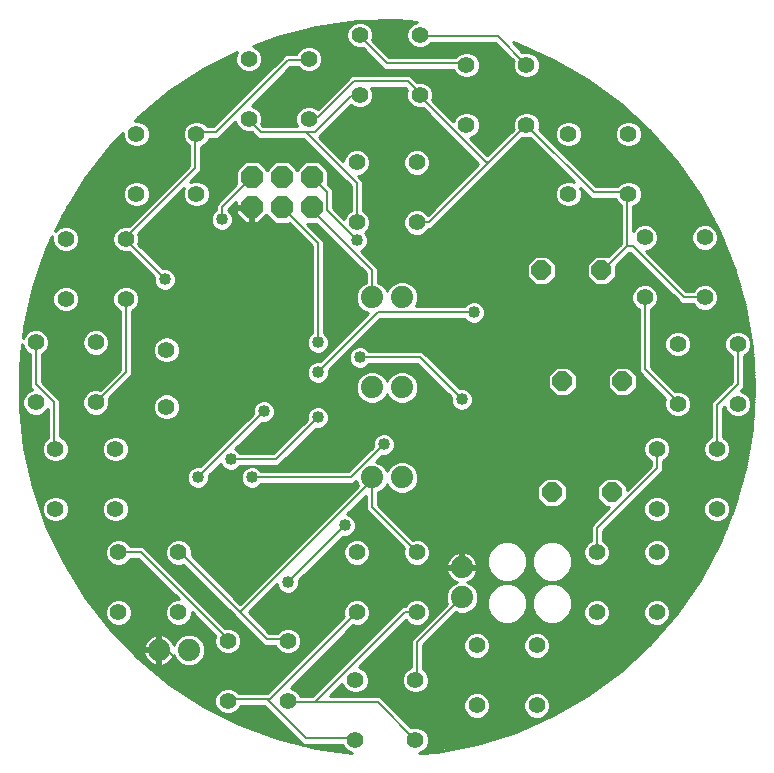
<source format=gbl>
G75*
G70*
%OFA0B0*%
%FSLAX24Y24*%
%IPPOS*%
%LPD*%
%AMOC8*
5,1,8,0,0,1.08239X$1,22.5*
%
%ADD10OC8,0.0740*%
%ADD11C,0.0555*%
%ADD12C,0.0740*%
%ADD13C,0.0560*%
%ADD14OC8,0.0640*%
%ADD15C,0.0080*%
%ADD16C,0.0400*%
%ADD17C,0.0100*%
D10*
X008185Y018685D03*
X009185Y018685D03*
X010185Y018685D03*
X010185Y019685D03*
X009185Y019685D03*
X008185Y019685D03*
D11*
X006335Y019135D03*
X004335Y019135D03*
X003985Y017635D03*
X001985Y017635D03*
X001985Y015635D03*
X003985Y015635D03*
X002985Y014185D03*
X000985Y014185D03*
X000985Y012185D03*
X002985Y012185D03*
X003635Y010635D03*
X001635Y010635D03*
X001635Y008635D03*
X003635Y008635D03*
X003735Y007185D03*
X005735Y007185D03*
X005735Y005185D03*
X007385Y004235D03*
X009385Y004235D03*
X011685Y005185D03*
X013685Y005185D03*
X015685Y004085D03*
X017685Y004085D03*
X019685Y005185D03*
X021685Y005185D03*
X021685Y007185D03*
X019685Y007185D03*
X021685Y008635D03*
X023685Y008635D03*
X023685Y010635D03*
X021685Y010635D03*
X022385Y012135D03*
X024385Y012135D03*
X024385Y014135D03*
X022385Y014135D03*
X023285Y015685D03*
X021285Y015685D03*
X021285Y017685D03*
X023285Y017685D03*
X020735Y019135D03*
X018735Y019135D03*
X018735Y021135D03*
X017335Y021435D03*
X015335Y021435D03*
X013785Y022435D03*
X015335Y023435D03*
X013785Y024435D03*
X011785Y024435D03*
X010085Y023635D03*
X008085Y023635D03*
X011785Y022435D03*
X010085Y021635D03*
X008085Y021635D03*
X006335Y021135D03*
X004335Y021135D03*
X011685Y020185D03*
X013685Y020185D03*
X013685Y018185D03*
X011685Y018185D03*
X020735Y021135D03*
X017335Y023435D03*
X013685Y007185D03*
X011685Y007185D03*
X011635Y002935D03*
X013635Y002935D03*
X015685Y002085D03*
X017685Y002085D03*
X013635Y000935D03*
X011635Y000935D03*
X009385Y002235D03*
X007385Y002235D03*
X003735Y005185D03*
D12*
X005085Y003935D03*
X006085Y003935D03*
X015185Y005685D03*
X015185Y006685D03*
X013185Y009685D03*
X012185Y009685D03*
X012185Y012685D03*
X013185Y012685D03*
X013185Y015685D03*
X012185Y015685D03*
D13*
X005335Y013935D03*
X005335Y012035D03*
D14*
X017835Y016585D03*
X019835Y016585D03*
X020535Y012885D03*
X018535Y012885D03*
X018185Y009185D03*
X020185Y009185D03*
D15*
X019685Y007985D02*
X021685Y009985D01*
X021685Y010635D01*
X023685Y010635D02*
X023685Y012085D01*
X024385Y012785D01*
X024385Y014135D01*
X023285Y015685D02*
X022585Y015685D01*
X020885Y017385D01*
X020685Y017385D01*
X019885Y016585D01*
X019835Y016585D01*
X020685Y017385D02*
X020685Y019085D01*
X020735Y019135D01*
X020685Y019185D01*
X019585Y019185D01*
X017335Y021435D01*
X016085Y020185D01*
X015985Y020185D01*
X013785Y022385D01*
X013785Y022435D01*
X013785Y022485D01*
X013385Y022885D01*
X011585Y022885D01*
X010385Y021685D01*
X010085Y021685D01*
X010085Y021635D01*
X009985Y021185D02*
X011685Y019485D01*
X011685Y018185D01*
X011685Y017585D02*
X010685Y018585D01*
X010685Y019185D01*
X010185Y019685D01*
X010185Y018685D02*
X010185Y018585D01*
X012185Y016585D01*
X012185Y015685D01*
X012385Y015185D02*
X015585Y015185D01*
X013785Y013685D02*
X015185Y012285D01*
X013785Y013685D02*
X011785Y013685D01*
X010385Y013185D02*
X012385Y015185D01*
X010385Y014185D02*
X010385Y017485D01*
X009185Y018685D01*
X008185Y019685D02*
X007185Y018685D01*
X007185Y018285D01*
X006285Y019985D02*
X003985Y017685D01*
X003985Y017635D01*
X003985Y017585D01*
X005285Y016285D01*
X003985Y015635D02*
X003985Y013185D01*
X002985Y012185D01*
X001585Y012185D02*
X001585Y010685D01*
X001635Y010635D01*
X001585Y012185D02*
X000985Y012785D01*
X000985Y014185D01*
X007485Y010285D02*
X008985Y010285D01*
X010385Y011685D01*
X008585Y011885D02*
X006385Y009685D01*
X008185Y009685D02*
X011485Y009685D01*
X012585Y010785D01*
X012185Y009685D02*
X012185Y009585D01*
X007785Y005185D01*
X008685Y004285D01*
X009385Y004285D01*
X009385Y004235D01*
X009285Y003385D02*
X012585Y006685D01*
X015185Y006685D01*
X015185Y005685D02*
X013685Y004185D01*
X013685Y002985D01*
X013635Y002935D01*
X012385Y002185D02*
X013635Y000935D01*
X011635Y000935D02*
X011585Y000985D01*
X009985Y000985D01*
X008685Y002285D01*
X007385Y002285D01*
X007385Y002235D01*
X008685Y002285D02*
X008785Y002285D01*
X011685Y005185D01*
X013285Y005185D02*
X010285Y002185D01*
X009385Y002185D01*
X009385Y002235D01*
X010285Y002185D02*
X012385Y002185D01*
X009285Y003385D02*
X005885Y003385D01*
X005385Y003885D01*
X005085Y003885D01*
X005085Y003935D01*
X007385Y004235D02*
X007385Y004285D01*
X004485Y007185D01*
X003735Y007185D01*
X005735Y007185D02*
X005785Y007185D01*
X007785Y005185D01*
X009385Y006185D02*
X011285Y008085D01*
X012185Y008685D02*
X013685Y007185D01*
X012185Y008685D02*
X012185Y009585D01*
X019685Y007985D02*
X019685Y007185D01*
X013685Y005185D02*
X013285Y005185D01*
X022385Y012135D02*
X022385Y012185D01*
X021285Y013285D01*
X021285Y015685D01*
X016085Y020185D02*
X014085Y018185D01*
X013685Y018185D01*
X010285Y021185D02*
X009985Y021185D01*
X008485Y021185D01*
X008085Y021585D01*
X008085Y021635D01*
X006985Y021185D02*
X009385Y023585D01*
X010085Y023585D01*
X010085Y023635D01*
X011785Y024385D02*
X011785Y024435D01*
X011785Y024385D02*
X012685Y023485D01*
X015285Y023485D01*
X015335Y023435D01*
X016385Y024385D02*
X013785Y024385D01*
X013785Y024435D01*
X016385Y024385D02*
X017335Y023435D01*
X011785Y022435D02*
X011785Y022385D01*
X011485Y022385D01*
X010285Y021185D01*
X006985Y021185D02*
X006385Y021185D01*
X006335Y021135D01*
X006285Y021085D01*
X006285Y019985D01*
D16*
X007185Y018285D03*
X005285Y016285D03*
X010385Y014185D03*
X011785Y013685D03*
X010385Y013185D03*
X010385Y011685D03*
X008585Y011885D03*
X007485Y010285D03*
X008185Y009685D03*
X006385Y009685D03*
X011285Y008085D03*
X009385Y006185D03*
X012585Y010785D03*
X015185Y012285D03*
X015585Y015185D03*
X011685Y017585D03*
D17*
X004389Y003673D02*
X005430Y002815D01*
X006560Y002076D01*
X007765Y001467D01*
X009029Y000994D01*
X010337Y000663D01*
X011521Y000498D01*
X011382Y000556D01*
X011256Y000682D01*
X011217Y000775D01*
X010072Y000775D01*
X009898Y000775D01*
X008598Y002075D01*
X007803Y002075D01*
X007765Y001982D01*
X007639Y001856D01*
X007474Y001788D01*
X007296Y001788D01*
X007132Y001856D01*
X007006Y001982D01*
X006938Y002146D01*
X006938Y002324D01*
X007006Y002489D01*
X007132Y002615D01*
X007296Y002683D01*
X007474Y002683D01*
X007639Y002615D01*
X007758Y002495D01*
X008598Y002495D01*
X008698Y002495D01*
X011256Y005053D01*
X011238Y005096D01*
X011238Y005274D01*
X011306Y005439D01*
X011432Y005565D01*
X011596Y005633D01*
X011774Y005633D01*
X011939Y005565D01*
X012065Y005439D01*
X012133Y005274D01*
X012133Y005096D01*
X012065Y004932D01*
X011939Y004806D01*
X011774Y004738D01*
X011596Y004738D01*
X011553Y004756D01*
X009478Y002681D01*
X009639Y002615D01*
X009765Y002489D01*
X009803Y002395D01*
X010198Y002395D01*
X013198Y005395D01*
X013288Y005395D01*
X013306Y005439D01*
X013432Y005565D01*
X013596Y005633D01*
X013774Y005633D01*
X013939Y005565D01*
X014065Y005439D01*
X014133Y005274D01*
X014133Y005096D01*
X014065Y004932D01*
X013939Y004806D01*
X013774Y004738D01*
X013596Y004738D01*
X013432Y004806D01*
X013317Y004920D01*
X011764Y003367D01*
X011889Y003315D01*
X012015Y003189D01*
X012083Y003024D01*
X012083Y002846D01*
X012015Y002682D01*
X011889Y002556D01*
X011724Y002488D01*
X011546Y002488D01*
X011382Y002556D01*
X011256Y002682D01*
X011204Y002807D01*
X010792Y002395D01*
X012298Y002395D01*
X012472Y002395D01*
X013503Y001365D01*
X013546Y001383D01*
X013724Y001383D01*
X013889Y001315D01*
X014015Y001189D01*
X014083Y001024D01*
X014083Y000846D01*
X014015Y000682D01*
X013889Y000556D01*
X013755Y000501D01*
X014368Y000551D01*
X015693Y000810D01*
X016981Y001213D01*
X018217Y001755D01*
X019385Y002430D01*
X020473Y003229D01*
X021466Y004143D01*
X022352Y005161D01*
X023121Y006270D01*
X023764Y007457D01*
X024272Y008708D01*
X024639Y010006D01*
X024861Y011338D01*
X024861Y011338D01*
X024935Y012685D01*
X024861Y014033D01*
X024833Y014202D01*
X024833Y014046D01*
X024765Y013882D01*
X024639Y013756D01*
X024595Y013738D01*
X024595Y012698D01*
X024478Y012581D01*
X024639Y012515D01*
X024765Y012389D01*
X024833Y012224D01*
X024833Y012046D01*
X024765Y011882D01*
X024639Y011756D01*
X024474Y011688D01*
X024296Y011688D01*
X024132Y011756D01*
X024006Y011882D01*
X023939Y012043D01*
X023895Y011998D01*
X023895Y011033D01*
X023939Y011015D01*
X024065Y010889D01*
X024133Y010724D01*
X024133Y010546D01*
X024065Y010382D01*
X023939Y010256D01*
X023774Y010188D01*
X023596Y010188D01*
X023432Y010256D01*
X023306Y010382D01*
X023238Y010546D01*
X023238Y010724D01*
X023306Y010889D01*
X023432Y011015D01*
X023475Y011033D01*
X023475Y012172D01*
X023598Y012295D01*
X024175Y012872D01*
X024175Y013738D01*
X024132Y013756D01*
X024006Y013882D01*
X023938Y014046D01*
X023938Y014224D01*
X024006Y014389D01*
X024132Y014515D01*
X024296Y014583D01*
X024474Y014583D01*
X024639Y014515D01*
X024765Y014389D01*
X024827Y014239D01*
X024639Y015364D01*
X024272Y016663D01*
X023764Y017913D01*
X023121Y019100D01*
X022352Y020209D01*
X021466Y021227D01*
X020473Y022141D01*
X019385Y022941D01*
X018217Y023615D01*
X016981Y024158D01*
X016878Y024190D01*
X017203Y023865D01*
X017246Y023883D01*
X017424Y023883D01*
X017589Y023815D01*
X017715Y023689D01*
X017783Y023524D01*
X017783Y023346D01*
X017715Y023182D01*
X017589Y023056D01*
X017424Y022988D01*
X017246Y022988D01*
X017082Y023056D01*
X016956Y023182D01*
X016888Y023346D01*
X016888Y023524D01*
X016906Y023568D01*
X016298Y024175D01*
X014158Y024175D01*
X014039Y024056D01*
X013874Y023988D01*
X013696Y023988D01*
X013532Y024056D01*
X013406Y024182D01*
X013338Y024346D01*
X013338Y024524D01*
X013406Y024689D01*
X013532Y024815D01*
X013681Y024876D01*
X013023Y024931D01*
X011674Y024894D01*
X010337Y024708D01*
X009029Y024377D01*
X008207Y024069D01*
X008339Y024015D01*
X008465Y023889D01*
X008533Y023724D01*
X008533Y023546D01*
X008465Y023382D01*
X008339Y023256D01*
X008174Y023188D01*
X007996Y023188D01*
X007832Y023256D01*
X007706Y023382D01*
X007638Y023546D01*
X007638Y023724D01*
X007698Y023870D01*
X006560Y023294D01*
X005430Y022556D01*
X005430Y022556D01*
X004389Y021698D01*
X004277Y021583D01*
X004424Y021583D01*
X004589Y021515D01*
X004715Y021389D01*
X004783Y021224D01*
X004783Y021046D01*
X004715Y020882D01*
X004589Y020756D01*
X004424Y020688D01*
X004246Y020688D01*
X004082Y020756D01*
X003956Y020882D01*
X003888Y021046D01*
X003888Y021183D01*
X003448Y020731D01*
X002619Y019665D01*
X001912Y018516D01*
X001625Y017908D01*
X001732Y018015D01*
X001896Y018083D01*
X002074Y018083D01*
X002239Y018015D01*
X002365Y017889D01*
X002433Y017724D01*
X002433Y017546D01*
X002365Y017382D01*
X002239Y017256D01*
X002074Y017188D01*
X001896Y017188D01*
X001732Y017256D01*
X001606Y017382D01*
X001538Y017546D01*
X001538Y017723D01*
X001336Y017295D01*
X000898Y016019D01*
X000602Y014702D01*
X000561Y014331D01*
X000606Y014439D01*
X000732Y014565D01*
X000896Y014633D01*
X001074Y014633D01*
X001239Y014565D01*
X001365Y014439D01*
X001433Y014274D01*
X001433Y014096D01*
X001365Y013932D01*
X001239Y013806D01*
X001195Y013788D01*
X001195Y012872D01*
X001672Y012395D01*
X001795Y012272D01*
X001795Y011053D01*
X001889Y011015D01*
X002015Y010889D01*
X002083Y010724D01*
X002083Y010546D01*
X002015Y010382D01*
X001889Y010256D01*
X001724Y010188D01*
X001546Y010188D01*
X001382Y010256D01*
X001256Y010382D01*
X001188Y010546D01*
X001188Y010724D01*
X001256Y010889D01*
X001375Y011008D01*
X001375Y011958D01*
X001365Y011932D01*
X001239Y011806D01*
X001074Y011738D01*
X000896Y011738D01*
X000732Y011806D01*
X000606Y011932D01*
X000538Y012096D01*
X000538Y012274D01*
X000606Y012439D01*
X000732Y012565D01*
X000857Y012617D01*
X000775Y012698D01*
X000775Y012872D01*
X000775Y013788D01*
X000732Y013806D01*
X000606Y013932D01*
X000538Y014096D01*
X000538Y014119D01*
X000454Y013360D01*
X000454Y012010D01*
X000602Y010669D01*
X000898Y009352D01*
X001336Y008076D01*
X010379Y008076D01*
X010281Y007978D02*
X001382Y007978D01*
X001336Y008076D02*
X001912Y006855D01*
X002619Y005705D01*
X003448Y004640D01*
X004389Y003673D01*
X004426Y003642D02*
X004644Y003642D01*
X004645Y003641D02*
X004791Y003495D01*
X004982Y003415D01*
X005035Y003415D01*
X005035Y003885D01*
X004565Y003885D01*
X004565Y003832D01*
X004645Y003641D01*
X004603Y003740D02*
X004323Y003740D01*
X004227Y003839D02*
X004565Y003839D01*
X004565Y003985D02*
X005035Y003985D01*
X005035Y003885D01*
X005135Y003885D01*
X005135Y003415D01*
X005189Y003415D01*
X005380Y003495D01*
X005526Y003641D01*
X005575Y003758D01*
X005628Y003629D01*
X005779Y003478D01*
X005978Y003395D01*
X006193Y003395D01*
X006391Y003478D01*
X006543Y003629D01*
X006625Y003828D01*
X006625Y004043D01*
X006543Y004241D01*
X006391Y004393D01*
X006193Y004475D01*
X005978Y004475D01*
X005779Y004393D01*
X005628Y004241D01*
X005575Y004113D01*
X005526Y004230D01*
X005380Y004376D01*
X005189Y004455D01*
X005135Y004455D01*
X005135Y003986D01*
X005035Y003986D01*
X005035Y004455D01*
X004982Y004455D01*
X004791Y004376D01*
X004645Y004230D01*
X004565Y004039D01*
X004565Y003985D01*
X004565Y004036D02*
X004035Y004036D01*
X003940Y004134D02*
X004605Y004134D01*
X004648Y004233D02*
X003844Y004233D01*
X003748Y004331D02*
X004746Y004331D01*
X004921Y004430D02*
X003652Y004430D01*
X003556Y004529D02*
X006845Y004529D01*
X006747Y004627D02*
X003460Y004627D01*
X003381Y004726D02*
X006648Y004726D01*
X006550Y004824D02*
X006007Y004824D01*
X005989Y004806D02*
X006115Y004932D01*
X006183Y005096D01*
X006183Y005191D01*
X006971Y004403D01*
X006938Y004324D01*
X006938Y004146D01*
X007006Y003982D01*
X007132Y003856D01*
X007296Y003788D01*
X007474Y003788D01*
X007639Y003856D01*
X007765Y003982D01*
X007833Y004146D01*
X007833Y004324D01*
X007765Y004489D01*
X007639Y004615D01*
X007474Y004683D01*
X007296Y004683D01*
X007288Y004679D01*
X004695Y007272D01*
X004572Y007395D01*
X004133Y007395D01*
X004115Y007439D01*
X003989Y007565D01*
X003824Y007633D01*
X003646Y007633D01*
X003482Y007565D01*
X003356Y007439D01*
X003288Y007274D01*
X003288Y007096D01*
X003356Y006932D01*
X003482Y006806D01*
X003646Y006738D01*
X003824Y006738D01*
X003989Y006806D01*
X004115Y006932D01*
X004133Y006975D01*
X004398Y006975D01*
X005741Y005633D01*
X005646Y005633D01*
X005482Y005565D01*
X005356Y005439D01*
X005288Y005274D01*
X005288Y005096D01*
X005356Y004932D01*
X005482Y004806D01*
X005646Y004738D01*
X005824Y004738D01*
X005989Y004806D01*
X006106Y004923D02*
X006451Y004923D01*
X006352Y005021D02*
X006152Y005021D01*
X006183Y005120D02*
X006254Y005120D01*
X006552Y005415D02*
X007258Y005415D01*
X007357Y005317D02*
X006651Y005317D01*
X006749Y005218D02*
X007455Y005218D01*
X007554Y005120D02*
X006848Y005120D01*
X006946Y005021D02*
X007652Y005021D01*
X007698Y004975D02*
X008598Y004075D01*
X008772Y004075D01*
X008967Y004075D01*
X009006Y003982D01*
X009132Y003856D01*
X009296Y003788D01*
X009474Y003788D01*
X009639Y003856D01*
X009765Y003982D01*
X009833Y004146D01*
X009833Y004324D01*
X009765Y004489D01*
X009639Y004615D01*
X009474Y004683D01*
X009296Y004683D01*
X009132Y004615D01*
X009012Y004495D01*
X008772Y004495D01*
X008082Y005185D01*
X009015Y006118D01*
X009015Y006112D01*
X009072Y005976D01*
X009176Y005872D01*
X009312Y005815D01*
X009459Y005815D01*
X009595Y005872D01*
X009699Y005976D01*
X009755Y006112D01*
X009755Y006258D01*
X011212Y007715D01*
X011359Y007715D01*
X011495Y007772D01*
X011599Y007876D01*
X011655Y008012D01*
X011655Y008159D01*
X011599Y008295D01*
X011495Y008399D01*
X011359Y008455D01*
X011352Y008455D01*
X011975Y009078D01*
X011975Y008772D01*
X011975Y008598D01*
X013256Y007318D01*
X013238Y007274D01*
X013238Y007096D01*
X013306Y006932D01*
X013432Y006806D01*
X013596Y006738D01*
X013774Y006738D01*
X013939Y006806D01*
X014065Y006932D01*
X014133Y007096D01*
X014133Y007274D01*
X014065Y007439D01*
X013939Y007565D01*
X013774Y007633D01*
X013596Y007633D01*
X013553Y007615D01*
X012395Y008772D01*
X012395Y009188D01*
X012491Y009228D01*
X012643Y009379D01*
X012685Y009481D01*
X012728Y009379D01*
X012879Y009228D01*
X013078Y009145D01*
X013293Y009145D01*
X013491Y009228D01*
X013643Y009379D01*
X013725Y009578D01*
X013725Y009793D01*
X013643Y009991D01*
X013491Y010143D01*
X013293Y010225D01*
X013078Y010225D01*
X012879Y010143D01*
X012728Y009991D01*
X012685Y009889D01*
X012643Y009991D01*
X012491Y010143D01*
X012314Y010217D01*
X012512Y010415D01*
X012659Y010415D01*
X012795Y010472D01*
X012899Y010576D01*
X012955Y010712D01*
X012955Y010859D01*
X012899Y010995D01*
X012795Y011099D01*
X012659Y011155D01*
X012512Y011155D01*
X012376Y011099D01*
X012272Y010995D01*
X012215Y010859D01*
X012215Y010712D01*
X011398Y009895D01*
X008499Y009895D01*
X008395Y009999D01*
X008259Y010055D01*
X008112Y010055D01*
X007976Y009999D01*
X007872Y009895D01*
X007815Y009759D01*
X007815Y009612D01*
X007872Y009476D01*
X007976Y009372D01*
X008112Y009315D01*
X008259Y009315D01*
X008395Y009372D01*
X008499Y009475D01*
X011398Y009475D01*
X011572Y009475D01*
X011654Y009557D01*
X011714Y009411D01*
X007785Y005482D01*
X006179Y007088D01*
X006183Y007096D01*
X006183Y007274D01*
X006115Y007439D01*
X005989Y007565D01*
X005824Y007633D01*
X005646Y007633D01*
X005482Y007565D01*
X005356Y007439D01*
X005288Y007274D01*
X005288Y007096D01*
X005356Y006932D01*
X005482Y006806D01*
X005646Y006738D01*
X005824Y006738D01*
X005903Y006771D01*
X007575Y005098D01*
X007698Y004975D01*
X007751Y004923D02*
X007045Y004923D01*
X007143Y004824D02*
X007850Y004824D01*
X007948Y004726D02*
X007242Y004726D01*
X007609Y004627D02*
X008047Y004627D01*
X008145Y004529D02*
X007725Y004529D01*
X007789Y004430D02*
X008244Y004430D01*
X008342Y004331D02*
X007830Y004331D01*
X007833Y004233D02*
X008441Y004233D01*
X008539Y004134D02*
X007828Y004134D01*
X007787Y004036D02*
X008984Y004036D01*
X009051Y003937D02*
X007720Y003937D01*
X007597Y003839D02*
X009173Y003839D01*
X009597Y003839D02*
X010042Y003839D01*
X010140Y003937D02*
X009720Y003937D01*
X009787Y004036D02*
X010239Y004036D01*
X010337Y004134D02*
X009828Y004134D01*
X009833Y004233D02*
X010436Y004233D01*
X010535Y004331D02*
X009830Y004331D01*
X009789Y004430D02*
X010633Y004430D01*
X010732Y004529D02*
X009725Y004529D01*
X009609Y004627D02*
X010830Y004627D01*
X010929Y004726D02*
X008542Y004726D01*
X008443Y004824D02*
X011027Y004824D01*
X011126Y004923D02*
X008345Y004923D01*
X008246Y005021D02*
X011224Y005021D01*
X011238Y005120D02*
X008148Y005120D01*
X008115Y005218D02*
X011238Y005218D01*
X011256Y005317D02*
X008214Y005317D01*
X008312Y005415D02*
X011296Y005415D01*
X011381Y005514D02*
X008411Y005514D01*
X008509Y005613D02*
X011547Y005613D01*
X011823Y005613D02*
X013547Y005613D01*
X013381Y005514D02*
X011990Y005514D01*
X012074Y005415D02*
X013296Y005415D01*
X013120Y005317D02*
X012115Y005317D01*
X012133Y005218D02*
X013021Y005218D01*
X012923Y005120D02*
X012133Y005120D01*
X012102Y005021D02*
X012824Y005021D01*
X012726Y004923D02*
X012056Y004923D01*
X011957Y004824D02*
X012627Y004824D01*
X012529Y004726D02*
X011523Y004726D01*
X011424Y004627D02*
X012430Y004627D01*
X012332Y004529D02*
X011325Y004529D01*
X011227Y004430D02*
X012233Y004430D01*
X012134Y004331D02*
X011128Y004331D01*
X011030Y004233D02*
X012036Y004233D01*
X011937Y004134D02*
X010931Y004134D01*
X010833Y004036D02*
X011839Y004036D01*
X011740Y003937D02*
X010734Y003937D01*
X010636Y003839D02*
X011642Y003839D01*
X011543Y003740D02*
X010537Y003740D01*
X010439Y003642D02*
X011445Y003642D01*
X011346Y003543D02*
X010340Y003543D01*
X010241Y003445D02*
X011248Y003445D01*
X011149Y003346D02*
X010143Y003346D01*
X010044Y003247D02*
X011051Y003247D01*
X010952Y003149D02*
X009946Y003149D01*
X009847Y003050D02*
X010853Y003050D01*
X010755Y002952D02*
X009749Y002952D01*
X009650Y002853D02*
X010656Y002853D01*
X010558Y002755D02*
X009552Y002755D01*
X009539Y002656D02*
X010459Y002656D01*
X010361Y002558D02*
X009696Y002558D01*
X009777Y002459D02*
X010262Y002459D01*
X010856Y002459D02*
X015426Y002459D01*
X015432Y002465D02*
X015306Y002339D01*
X015238Y002174D01*
X015238Y001996D01*
X015306Y001832D01*
X015432Y001706D01*
X015596Y001638D01*
X015774Y001638D01*
X015939Y001706D01*
X016065Y001832D01*
X016133Y001996D01*
X016133Y002174D01*
X016065Y002339D01*
X015939Y002465D01*
X015774Y002533D01*
X015596Y002533D01*
X015432Y002465D01*
X015328Y002361D02*
X012507Y002361D01*
X012606Y002262D02*
X015274Y002262D01*
X015238Y002164D02*
X012704Y002164D01*
X012803Y002065D02*
X015238Y002065D01*
X015250Y001966D02*
X012901Y001966D01*
X013000Y001868D02*
X015291Y001868D01*
X015369Y001769D02*
X013098Y001769D01*
X013197Y001671D02*
X015517Y001671D01*
X015854Y001671D02*
X017517Y001671D01*
X017596Y001638D02*
X017774Y001638D01*
X017939Y001706D01*
X018065Y001832D01*
X018133Y001996D01*
X018133Y002174D01*
X018065Y002339D01*
X017939Y002465D01*
X017774Y002533D01*
X017596Y002533D01*
X017432Y002465D01*
X017306Y002339D01*
X017238Y002174D01*
X017238Y001996D01*
X017306Y001832D01*
X017432Y001706D01*
X017596Y001638D01*
X017575Y001474D02*
X013394Y001474D01*
X013295Y001572D02*
X017800Y001572D01*
X017854Y001671D02*
X018024Y001671D01*
X018002Y001769D02*
X018241Y001769D01*
X018080Y001868D02*
X018412Y001868D01*
X018583Y001966D02*
X018120Y001966D01*
X018133Y002065D02*
X018753Y002065D01*
X018924Y002164D02*
X018133Y002164D01*
X018096Y002262D02*
X019095Y002262D01*
X019265Y002361D02*
X018043Y002361D01*
X017944Y002459D02*
X019425Y002459D01*
X019559Y002558D02*
X013891Y002558D01*
X013889Y002556D02*
X014015Y002682D01*
X014083Y002846D01*
X014083Y003024D01*
X014015Y003189D01*
X013895Y003308D01*
X013895Y004098D01*
X014982Y005185D01*
X015078Y005145D01*
X015293Y005145D01*
X015491Y005228D01*
X015643Y005379D01*
X015725Y005578D01*
X015725Y005793D01*
X015643Y005991D01*
X015491Y006143D01*
X015363Y006196D01*
X015480Y006245D01*
X015626Y006391D01*
X015705Y006582D01*
X015705Y006635D01*
X015236Y006635D01*
X015236Y006735D01*
X015705Y006735D01*
X015705Y006789D01*
X015626Y006980D01*
X015480Y007126D01*
X015289Y007205D01*
X015235Y007205D01*
X015235Y006736D01*
X015135Y006736D01*
X015135Y007205D01*
X015082Y007205D01*
X014891Y007126D01*
X014745Y006980D01*
X014665Y006789D01*
X014665Y006735D01*
X015135Y006735D01*
X015135Y006635D01*
X014665Y006635D01*
X014665Y006582D01*
X014745Y006391D01*
X014891Y006245D01*
X015008Y006196D01*
X014879Y006143D01*
X014728Y005991D01*
X014645Y005793D01*
X014645Y005578D01*
X014685Y005482D01*
X013475Y004272D01*
X013475Y004098D01*
X013475Y003353D01*
X013382Y003315D01*
X013256Y003189D01*
X013188Y003024D01*
X013188Y002846D01*
X013256Y002682D01*
X013382Y002556D01*
X013546Y002488D01*
X013724Y002488D01*
X013889Y002556D01*
X013989Y002656D02*
X019693Y002656D01*
X019827Y002755D02*
X014045Y002755D01*
X014083Y002853D02*
X019961Y002853D01*
X020095Y002952D02*
X014083Y002952D01*
X014072Y003050D02*
X020230Y003050D01*
X020364Y003149D02*
X014031Y003149D01*
X013956Y003247D02*
X020493Y003247D01*
X020600Y003346D02*
X013895Y003346D01*
X013895Y003445D02*
X020707Y003445D01*
X020814Y003543D02*
X013895Y003543D01*
X013895Y003642D02*
X015587Y003642D01*
X015596Y003638D02*
X015774Y003638D01*
X015939Y003706D01*
X016065Y003832D01*
X016133Y003996D01*
X016133Y004174D01*
X016065Y004339D01*
X015939Y004465D01*
X015774Y004533D01*
X015596Y004533D01*
X015432Y004465D01*
X015306Y004339D01*
X015238Y004174D01*
X015238Y003996D01*
X015306Y003832D01*
X015432Y003706D01*
X015596Y003638D01*
X015783Y003642D02*
X017587Y003642D01*
X017596Y003638D02*
X017774Y003638D01*
X017939Y003706D01*
X018065Y003832D01*
X018133Y003996D01*
X018133Y004174D01*
X018065Y004339D01*
X017939Y004465D01*
X017774Y004533D01*
X017596Y004533D01*
X017432Y004465D01*
X017306Y004339D01*
X017238Y004174D01*
X017238Y003996D01*
X017306Y003832D01*
X017432Y003706D01*
X017596Y003638D01*
X017783Y003642D02*
X020921Y003642D01*
X021028Y003740D02*
X017973Y003740D01*
X018068Y003839D02*
X021135Y003839D01*
X021242Y003937D02*
X018108Y003937D01*
X018133Y004036D02*
X021349Y004036D01*
X021456Y004134D02*
X018133Y004134D01*
X018109Y004233D02*
X021544Y004233D01*
X021630Y004331D02*
X018068Y004331D01*
X017974Y004430D02*
X021716Y004430D01*
X021801Y004529D02*
X017785Y004529D01*
X017586Y004529D02*
X015785Y004529D01*
X015586Y004529D02*
X014326Y004529D01*
X014424Y004627D02*
X021887Y004627D01*
X021973Y004726D02*
X014523Y004726D01*
X014621Y004824D02*
X016531Y004824D01*
X016552Y004815D02*
X016306Y004917D01*
X016117Y005106D01*
X016015Y005352D01*
X016015Y005619D01*
X016117Y005865D01*
X016306Y006053D01*
X016552Y006155D01*
X016819Y006155D01*
X017065Y006053D01*
X017253Y005865D01*
X017355Y005619D01*
X017355Y005352D01*
X017253Y005106D01*
X017065Y004917D01*
X016819Y004815D01*
X016552Y004815D01*
X016300Y004923D02*
X014720Y004923D01*
X014818Y005021D02*
X016202Y005021D01*
X016112Y005120D02*
X014917Y005120D01*
X014618Y005415D02*
X014074Y005415D01*
X014115Y005317D02*
X014520Y005317D01*
X014421Y005218D02*
X014133Y005218D01*
X014133Y005120D02*
X014323Y005120D01*
X014224Y005021D02*
X014102Y005021D01*
X014126Y004923D02*
X014056Y004923D01*
X014027Y004824D02*
X013957Y004824D01*
X013929Y004726D02*
X013123Y004726D01*
X013221Y004824D02*
X013414Y004824D01*
X013024Y004627D02*
X013830Y004627D01*
X013732Y004529D02*
X012925Y004529D01*
X012827Y004430D02*
X013633Y004430D01*
X013534Y004331D02*
X012728Y004331D01*
X012630Y004233D02*
X013475Y004233D01*
X013475Y004134D02*
X012531Y004134D01*
X012433Y004036D02*
X013475Y004036D01*
X013475Y003937D02*
X012334Y003937D01*
X012236Y003839D02*
X013475Y003839D01*
X013475Y003740D02*
X012137Y003740D01*
X012039Y003642D02*
X013475Y003642D01*
X013475Y003543D02*
X011940Y003543D01*
X011841Y003445D02*
X013475Y003445D01*
X013458Y003346D02*
X011813Y003346D01*
X011956Y003247D02*
X013315Y003247D01*
X013239Y003149D02*
X012031Y003149D01*
X012072Y003050D02*
X013199Y003050D01*
X013188Y002952D02*
X012083Y002952D01*
X012083Y002853D02*
X013188Y002853D01*
X013226Y002755D02*
X012045Y002755D01*
X011989Y002656D02*
X013282Y002656D01*
X013380Y002558D02*
X011891Y002558D01*
X011380Y002558D02*
X010955Y002558D01*
X011053Y002656D02*
X011282Y002656D01*
X011226Y002755D02*
X011152Y002755D01*
X009746Y003543D02*
X006457Y003543D01*
X006548Y003642D02*
X009845Y003642D01*
X009943Y003740D02*
X006589Y003740D01*
X006625Y003839D02*
X007173Y003839D01*
X007051Y003937D02*
X006625Y003937D01*
X006625Y004036D02*
X006984Y004036D01*
X006943Y004134D02*
X006587Y004134D01*
X006547Y004233D02*
X006938Y004233D01*
X006941Y004331D02*
X006453Y004331D01*
X006302Y004430D02*
X006944Y004430D01*
X005869Y004430D02*
X005250Y004430D01*
X005135Y004430D02*
X005035Y004430D01*
X005035Y004331D02*
X005135Y004331D01*
X005135Y004233D02*
X005035Y004233D01*
X005035Y004134D02*
X005135Y004134D01*
X005135Y004036D02*
X005035Y004036D01*
X005035Y003937D02*
X004131Y003937D01*
X004546Y003543D02*
X004742Y003543D01*
X004666Y003445D02*
X004911Y003445D01*
X005035Y003445D02*
X005135Y003445D01*
X005135Y003543D02*
X005035Y003543D01*
X005035Y003642D02*
X005135Y003642D01*
X005135Y003740D02*
X005035Y003740D01*
X005035Y003839D02*
X005135Y003839D01*
X005526Y003642D02*
X005622Y003642D01*
X005582Y003740D02*
X005567Y003740D01*
X005428Y003543D02*
X005714Y003543D01*
X005859Y003445D02*
X005259Y003445D01*
X005025Y003149D02*
X009352Y003149D01*
X009451Y003247D02*
X004905Y003247D01*
X004785Y003346D02*
X009549Y003346D01*
X009648Y003445D02*
X006312Y003445D01*
X005384Y002853D02*
X009056Y002853D01*
X008958Y002755D02*
X005522Y002755D01*
X005673Y002656D02*
X007232Y002656D01*
X007075Y002558D02*
X005824Y002558D01*
X005975Y002459D02*
X006994Y002459D01*
X006953Y002361D02*
X006126Y002361D01*
X006276Y002262D02*
X006938Y002262D01*
X006938Y002164D02*
X006427Y002164D01*
X006583Y002065D02*
X006972Y002065D01*
X007021Y001966D02*
X006778Y001966D01*
X006973Y001868D02*
X007120Y001868D01*
X007167Y001769D02*
X008904Y001769D01*
X008806Y001868D02*
X007651Y001868D01*
X007749Y001966D02*
X008707Y001966D01*
X008609Y002065D02*
X007799Y002065D01*
X007696Y002558D02*
X008761Y002558D01*
X008859Y002656D02*
X007539Y002656D01*
X007362Y001671D02*
X009003Y001671D01*
X009101Y001572D02*
X007557Y001572D01*
X007752Y001474D02*
X009200Y001474D01*
X009299Y001375D02*
X008010Y001375D01*
X008273Y001277D02*
X009397Y001277D01*
X009496Y001178D02*
X008537Y001178D01*
X008800Y001080D02*
X009594Y001080D01*
X009693Y000981D02*
X009079Y000981D01*
X009469Y000882D02*
X009791Y000882D01*
X009858Y000784D02*
X009890Y000784D01*
X010247Y000685D02*
X011255Y000685D01*
X011351Y000587D02*
X010883Y000587D01*
X013492Y001375D02*
X013528Y001375D01*
X013743Y001375D02*
X017350Y001375D01*
X017126Y001277D02*
X013927Y001277D01*
X014019Y001178D02*
X016869Y001178D01*
X016554Y001080D02*
X014060Y001080D01*
X014083Y000981D02*
X016239Y000981D01*
X015924Y000882D02*
X014083Y000882D01*
X014057Y000784D02*
X015558Y000784D01*
X015054Y000685D02*
X014016Y000685D01*
X013920Y000587D02*
X014549Y000587D01*
X016002Y001769D02*
X017369Y001769D01*
X017291Y001868D02*
X016080Y001868D01*
X016120Y001966D02*
X017250Y001966D01*
X017238Y002065D02*
X016133Y002065D01*
X016133Y002164D02*
X017238Y002164D01*
X017274Y002262D02*
X016096Y002262D01*
X016043Y002361D02*
X017328Y002361D01*
X017426Y002459D02*
X015944Y002459D01*
X015973Y003740D02*
X017398Y003740D01*
X017303Y003839D02*
X016068Y003839D01*
X016108Y003937D02*
X017262Y003937D01*
X017238Y004036D02*
X016133Y004036D01*
X016133Y004134D02*
X017238Y004134D01*
X017262Y004233D02*
X016109Y004233D01*
X016068Y004331D02*
X017303Y004331D01*
X017397Y004430D02*
X015974Y004430D01*
X015397Y004430D02*
X014227Y004430D01*
X014128Y004331D02*
X015303Y004331D01*
X015262Y004233D02*
X014030Y004233D01*
X013931Y004134D02*
X015238Y004134D01*
X015238Y004036D02*
X013895Y004036D01*
X013895Y003937D02*
X015262Y003937D01*
X015303Y003839D02*
X013895Y003839D01*
X013895Y003740D02*
X015398Y003740D01*
X016840Y004824D02*
X018031Y004824D01*
X018052Y004815D02*
X018319Y004815D01*
X018565Y004917D01*
X018753Y005106D01*
X018855Y005352D01*
X018855Y005619D01*
X018753Y005865D01*
X018565Y006053D01*
X018319Y006155D01*
X018052Y006155D01*
X017806Y006053D01*
X017617Y005865D01*
X017515Y005619D01*
X017515Y005352D01*
X017617Y005106D01*
X017806Y004917D01*
X018052Y004815D01*
X017800Y004923D02*
X017070Y004923D01*
X017169Y005021D02*
X017702Y005021D01*
X017612Y005120D02*
X017259Y005120D01*
X017300Y005218D02*
X017571Y005218D01*
X017530Y005317D02*
X017341Y005317D01*
X017355Y005415D02*
X017515Y005415D01*
X017515Y005514D02*
X017355Y005514D01*
X017355Y005613D02*
X017515Y005613D01*
X017554Y005711D02*
X017317Y005711D01*
X017276Y005810D02*
X017594Y005810D01*
X017661Y005908D02*
X017210Y005908D01*
X017111Y006007D02*
X017759Y006007D01*
X017931Y006105D02*
X016940Y006105D01*
X016819Y006215D02*
X017065Y006317D01*
X017253Y006506D01*
X017355Y006752D01*
X017355Y007019D01*
X017253Y007265D01*
X017065Y007453D01*
X016819Y007555D01*
X016552Y007555D01*
X016306Y007453D01*
X016117Y007265D01*
X016015Y007019D01*
X016015Y006752D01*
X016117Y006506D01*
X016306Y006317D01*
X016552Y006215D01*
X016819Y006215D01*
X017029Y006302D02*
X017842Y006302D01*
X017806Y006317D02*
X018052Y006215D01*
X018319Y006215D01*
X018565Y006317D01*
X018753Y006506D01*
X018855Y006752D01*
X018855Y007019D01*
X018753Y007265D01*
X018565Y007453D01*
X018319Y007555D01*
X018052Y007555D01*
X017806Y007453D01*
X017617Y007265D01*
X017515Y007019D01*
X017515Y006752D01*
X017617Y006506D01*
X017806Y006317D01*
X017722Y006401D02*
X017148Y006401D01*
X017247Y006499D02*
X017624Y006499D01*
X017579Y006598D02*
X017291Y006598D01*
X017332Y006696D02*
X017538Y006696D01*
X017515Y006795D02*
X017355Y006795D01*
X017355Y006894D02*
X017515Y006894D01*
X017515Y006992D02*
X017355Y006992D01*
X017325Y007091D02*
X017545Y007091D01*
X017586Y007189D02*
X017285Y007189D01*
X017230Y007288D02*
X017640Y007288D01*
X017739Y007386D02*
X017132Y007386D01*
X016989Y007485D02*
X017882Y007485D01*
X018489Y007485D02*
X019352Y007485D01*
X019306Y007439D02*
X019238Y007274D01*
X019238Y007096D01*
X019306Y006932D01*
X019432Y006806D01*
X019596Y006738D01*
X019774Y006738D01*
X019939Y006806D01*
X020065Y006932D01*
X020133Y007096D01*
X020133Y007274D01*
X020065Y007439D01*
X019939Y007565D01*
X019895Y007583D01*
X019895Y007898D01*
X021772Y009775D01*
X021895Y009898D01*
X021895Y010238D01*
X021939Y010256D01*
X022065Y010382D01*
X022133Y010546D01*
X022133Y010724D01*
X022065Y010889D01*
X021939Y011015D01*
X021774Y011083D01*
X021596Y011083D01*
X021432Y011015D01*
X021306Y010889D01*
X021238Y010724D01*
X021238Y010546D01*
X021306Y010382D01*
X021432Y010256D01*
X021475Y010238D01*
X021475Y010072D01*
X020675Y009272D01*
X020675Y009388D01*
X020388Y009675D01*
X019982Y009675D01*
X019695Y009388D01*
X019695Y008982D01*
X019982Y008695D01*
X020098Y008695D01*
X019475Y008072D01*
X019475Y007898D01*
X019475Y007583D01*
X019432Y007565D01*
X019306Y007439D01*
X019284Y007386D02*
X018632Y007386D01*
X018730Y007288D02*
X019243Y007288D01*
X019238Y007189D02*
X018785Y007189D01*
X018825Y007091D02*
X019240Y007091D01*
X019281Y006992D02*
X018855Y006992D01*
X018855Y006894D02*
X019344Y006894D01*
X019458Y006795D02*
X018855Y006795D01*
X018832Y006696D02*
X023352Y006696D01*
X023299Y006598D02*
X018791Y006598D01*
X018747Y006499D02*
X023245Y006499D01*
X023192Y006401D02*
X018648Y006401D01*
X018529Y006302D02*
X023139Y006302D01*
X023075Y006204D02*
X015381Y006204D01*
X015529Y006105D02*
X016431Y006105D01*
X016259Y006007D02*
X015628Y006007D01*
X015678Y005908D02*
X016161Y005908D01*
X016094Y005810D02*
X015718Y005810D01*
X015725Y005711D02*
X016054Y005711D01*
X016015Y005613D02*
X015725Y005613D01*
X015699Y005514D02*
X016015Y005514D01*
X016015Y005415D02*
X015658Y005415D01*
X015581Y005317D02*
X016030Y005317D01*
X016071Y005218D02*
X015469Y005218D01*
X014672Y005514D02*
X013990Y005514D01*
X013823Y005613D02*
X014645Y005613D01*
X014645Y005711D02*
X008608Y005711D01*
X008707Y005810D02*
X014652Y005810D01*
X014693Y005908D02*
X009631Y005908D01*
X009712Y006007D02*
X014743Y006007D01*
X014842Y006105D02*
X009753Y006105D01*
X009755Y006204D02*
X014989Y006204D01*
X014833Y006302D02*
X009799Y006302D01*
X009898Y006401D02*
X014740Y006401D01*
X014699Y006499D02*
X009996Y006499D01*
X010095Y006598D02*
X014665Y006598D01*
X014668Y006795D02*
X013912Y006795D01*
X014026Y006894D02*
X014709Y006894D01*
X014757Y006992D02*
X014090Y006992D01*
X014130Y007091D02*
X014855Y007091D01*
X015043Y007189D02*
X014133Y007189D01*
X014127Y007288D02*
X016140Y007288D01*
X016086Y007189D02*
X015328Y007189D01*
X015235Y007189D02*
X015135Y007189D01*
X015135Y007091D02*
X015235Y007091D01*
X015235Y006992D02*
X015135Y006992D01*
X015135Y006894D02*
X015235Y006894D01*
X015235Y006795D02*
X015135Y006795D01*
X015135Y006696D02*
X010193Y006696D01*
X010292Y006795D02*
X011458Y006795D01*
X011432Y006806D02*
X011596Y006738D01*
X011774Y006738D01*
X011939Y006806D01*
X012065Y006932D01*
X012133Y007096D01*
X012133Y007274D01*
X012065Y007439D01*
X011939Y007565D01*
X011774Y007633D01*
X011596Y007633D01*
X011432Y007565D01*
X011306Y007439D01*
X011238Y007274D01*
X011238Y007096D01*
X011306Y006932D01*
X011432Y006806D01*
X011344Y006894D02*
X010391Y006894D01*
X010489Y006992D02*
X011281Y006992D01*
X011240Y007091D02*
X010588Y007091D01*
X010686Y007189D02*
X011238Y007189D01*
X011243Y007288D02*
X010785Y007288D01*
X010883Y007386D02*
X011284Y007386D01*
X011352Y007485D02*
X010982Y007485D01*
X011080Y007583D02*
X011477Y007583D01*
X011504Y007780D02*
X012793Y007780D01*
X012892Y007682D02*
X011179Y007682D01*
X011600Y007879D02*
X012695Y007879D01*
X012596Y007978D02*
X011641Y007978D01*
X011655Y008076D02*
X012498Y008076D01*
X012399Y008175D02*
X011649Y008175D01*
X011608Y008273D02*
X012301Y008273D01*
X012202Y008372D02*
X011522Y008372D01*
X011367Y008470D02*
X012103Y008470D01*
X012005Y008569D02*
X011466Y008569D01*
X011564Y008667D02*
X011975Y008667D01*
X011975Y008766D02*
X011663Y008766D01*
X011761Y008864D02*
X011975Y008864D01*
X011975Y008963D02*
X011860Y008963D01*
X011958Y009062D02*
X011975Y009062D01*
X012395Y009062D02*
X017695Y009062D01*
X017695Y008982D02*
X017982Y008695D01*
X018388Y008695D01*
X018675Y008982D01*
X018675Y009388D01*
X018388Y009675D01*
X017982Y009675D01*
X017695Y009388D01*
X017695Y008982D01*
X017715Y008963D02*
X012395Y008963D01*
X012395Y008864D02*
X017813Y008864D01*
X017912Y008766D02*
X012402Y008766D01*
X012500Y008667D02*
X020070Y008667D01*
X019972Y008569D02*
X012599Y008569D01*
X012697Y008470D02*
X019873Y008470D01*
X019775Y008372D02*
X012796Y008372D01*
X012894Y008273D02*
X019676Y008273D01*
X019578Y008175D02*
X012993Y008175D01*
X013092Y008076D02*
X019479Y008076D01*
X019475Y007978D02*
X013190Y007978D01*
X013289Y007879D02*
X019475Y007879D01*
X019475Y007780D02*
X013387Y007780D01*
X013486Y007682D02*
X019475Y007682D01*
X019475Y007583D02*
X013894Y007583D01*
X014019Y007485D02*
X016382Y007485D01*
X016239Y007386D02*
X014086Y007386D01*
X013243Y007288D02*
X012127Y007288D01*
X012133Y007189D02*
X013238Y007189D01*
X013240Y007091D02*
X012130Y007091D01*
X012090Y006992D02*
X013281Y006992D01*
X013344Y006894D02*
X012026Y006894D01*
X011912Y006795D02*
X013458Y006795D01*
X013187Y007386D02*
X012086Y007386D01*
X012019Y007485D02*
X013089Y007485D01*
X012990Y007583D02*
X011894Y007583D01*
X010576Y008273D02*
X003906Y008273D01*
X003889Y008256D02*
X004015Y008382D01*
X004083Y008546D01*
X004083Y008724D01*
X004015Y008889D01*
X003889Y009015D01*
X003724Y009083D01*
X003546Y009083D01*
X003382Y009015D01*
X003256Y008889D01*
X003188Y008724D01*
X003188Y008546D01*
X003256Y008382D01*
X003382Y008256D01*
X003546Y008188D01*
X003724Y008188D01*
X003889Y008256D01*
X004005Y008372D02*
X010675Y008372D01*
X010773Y008470D02*
X004051Y008470D01*
X004083Y008569D02*
X010872Y008569D01*
X010970Y008667D02*
X004083Y008667D01*
X004066Y008766D02*
X011069Y008766D01*
X011167Y008864D02*
X004025Y008864D01*
X003941Y008963D02*
X011266Y008963D01*
X011365Y009062D02*
X003776Y009062D01*
X003495Y009062D02*
X001776Y009062D01*
X001724Y009083D02*
X001546Y009083D01*
X001382Y009015D01*
X001256Y008889D01*
X001188Y008724D01*
X001188Y008546D01*
X001256Y008382D01*
X001382Y008256D01*
X001546Y008188D01*
X001724Y008188D01*
X001889Y008256D01*
X002015Y008382D01*
X002083Y008546D01*
X002083Y008724D01*
X002015Y008889D01*
X001889Y009015D01*
X001724Y009083D01*
X001495Y009062D02*
X000997Y009062D01*
X000963Y009160D02*
X011463Y009160D01*
X011562Y009259D02*
X000930Y009259D01*
X000896Y009357D02*
X006211Y009357D01*
X006176Y009372D02*
X006312Y009315D01*
X006459Y009315D01*
X006595Y009372D01*
X006699Y009476D01*
X006755Y009612D01*
X006755Y009758D01*
X007143Y010146D01*
X007172Y010076D01*
X007276Y009972D01*
X007412Y009915D01*
X007559Y009915D01*
X007695Y009972D01*
X007799Y010075D01*
X009072Y010075D01*
X009195Y010198D01*
X010312Y011315D01*
X010459Y011315D01*
X010595Y011372D01*
X010699Y011476D01*
X010755Y011612D01*
X010755Y011759D01*
X010699Y011895D01*
X010595Y011999D01*
X010459Y012055D01*
X010312Y012055D01*
X010176Y011999D01*
X010072Y011895D01*
X010015Y011759D01*
X010015Y011612D01*
X008898Y010495D01*
X007799Y010495D01*
X007695Y010599D01*
X007625Y010628D01*
X008512Y011515D01*
X008659Y011515D01*
X008795Y011572D01*
X008899Y011676D01*
X008955Y011812D01*
X008955Y011959D01*
X008899Y012095D01*
X008795Y012199D01*
X008659Y012255D01*
X008512Y012255D01*
X008376Y012199D01*
X008272Y012095D01*
X008215Y011959D01*
X008215Y011812D01*
X006458Y010055D01*
X006312Y010055D01*
X006176Y009999D01*
X006072Y009895D01*
X006015Y009759D01*
X006015Y009612D01*
X006072Y009476D01*
X006176Y009372D01*
X006092Y009456D02*
X000874Y009456D01*
X000852Y009554D02*
X006039Y009554D01*
X006015Y009653D02*
X000830Y009653D01*
X000808Y009751D02*
X006015Y009751D01*
X006053Y009850D02*
X000786Y009850D01*
X000764Y009948D02*
X006125Y009948D01*
X006292Y010047D02*
X000742Y010047D01*
X000720Y010146D02*
X006549Y010146D01*
X006647Y010244D02*
X003860Y010244D01*
X003889Y010256D02*
X004015Y010382D01*
X004083Y010546D01*
X004083Y010724D01*
X004015Y010889D01*
X003889Y011015D01*
X003724Y011083D01*
X003546Y011083D01*
X003382Y011015D01*
X003256Y010889D01*
X003188Y010724D01*
X003188Y010546D01*
X003256Y010382D01*
X003382Y010256D01*
X003546Y010188D01*
X003724Y010188D01*
X003889Y010256D01*
X003975Y010343D02*
X006746Y010343D01*
X006844Y010441D02*
X004039Y010441D01*
X004080Y010540D02*
X006943Y010540D01*
X007041Y010638D02*
X004083Y010638D01*
X004078Y010737D02*
X007140Y010737D01*
X007238Y010835D02*
X004037Y010835D01*
X003970Y010934D02*
X007337Y010934D01*
X007435Y011032D02*
X003846Y011032D01*
X003425Y011032D02*
X001846Y011032D01*
X001795Y011131D02*
X007534Y011131D01*
X007633Y011229D02*
X001795Y011229D01*
X001795Y011328D02*
X007731Y011328D01*
X007830Y011427D02*
X001795Y011427D01*
X001795Y011525D02*
X007928Y011525D01*
X008027Y011624D02*
X005517Y011624D01*
X005590Y011654D02*
X005717Y011780D01*
X005785Y011946D01*
X005785Y012125D01*
X005717Y012290D01*
X005590Y012417D01*
X005425Y012485D01*
X005246Y012485D01*
X005080Y012417D01*
X004954Y012290D01*
X004885Y012125D01*
X004885Y011946D01*
X004954Y011780D01*
X005080Y011654D01*
X005246Y011585D01*
X005425Y011585D01*
X005590Y011654D01*
X005659Y011722D02*
X008125Y011722D01*
X008215Y011821D02*
X005734Y011821D01*
X005774Y011919D02*
X008215Y011919D01*
X008240Y012018D02*
X005785Y012018D01*
X005785Y012116D02*
X008293Y012116D01*
X008414Y012215D02*
X005748Y012215D01*
X005694Y012313D02*
X011794Y012313D01*
X011728Y012379D02*
X011879Y012228D01*
X012078Y012145D01*
X012293Y012145D01*
X012491Y012228D01*
X012643Y012379D01*
X012685Y012481D01*
X012728Y012379D01*
X012879Y012228D01*
X013078Y012145D01*
X013293Y012145D01*
X013491Y012228D01*
X013643Y012379D01*
X013725Y012578D01*
X013725Y012793D01*
X013643Y012991D01*
X013491Y013143D01*
X013293Y013225D01*
X013078Y013225D01*
X012879Y013143D01*
X012728Y012991D01*
X012685Y012889D01*
X012643Y012991D01*
X012491Y013143D01*
X012293Y013225D01*
X012078Y013225D01*
X011879Y013143D01*
X011728Y012991D01*
X011645Y012793D01*
X011645Y012578D01*
X011728Y012379D01*
X011714Y012412D02*
X005595Y012412D01*
X005076Y012412D02*
X003509Y012412D01*
X003415Y012318D02*
X004072Y012975D01*
X004195Y013098D01*
X004195Y015238D01*
X004239Y015256D01*
X004365Y015382D01*
X004433Y015546D01*
X004433Y015724D01*
X004365Y015889D01*
X004239Y016015D01*
X004074Y016083D01*
X003896Y016083D01*
X003732Y016015D01*
X003606Y015889D01*
X003538Y015724D01*
X003538Y015546D01*
X003606Y015382D01*
X003732Y015256D01*
X003775Y015238D01*
X003775Y013272D01*
X003118Y012615D01*
X003074Y012633D01*
X002896Y012633D01*
X002732Y012565D01*
X002606Y012439D01*
X002538Y012274D01*
X002538Y012096D01*
X002606Y011932D01*
X002732Y011806D01*
X002896Y011738D01*
X003074Y011738D01*
X003239Y011806D01*
X003365Y011932D01*
X003433Y012096D01*
X003433Y012274D01*
X003415Y012318D01*
X003417Y012313D02*
X004977Y012313D01*
X004923Y012215D02*
X003433Y012215D01*
X003433Y012116D02*
X004885Y012116D01*
X004885Y012018D02*
X003400Y012018D01*
X003352Y011919D02*
X004896Y011919D01*
X004937Y011821D02*
X003254Y011821D01*
X002717Y011821D02*
X001795Y011821D01*
X001795Y011919D02*
X002619Y011919D01*
X002570Y012018D02*
X001795Y012018D01*
X001795Y012116D02*
X002538Y012116D01*
X002538Y012215D02*
X001795Y012215D01*
X001754Y012313D02*
X002554Y012313D01*
X002595Y012412D02*
X001656Y012412D01*
X001557Y012511D02*
X002678Y012511D01*
X002839Y012609D02*
X001459Y012609D01*
X001360Y012708D02*
X003211Y012708D01*
X003309Y012806D02*
X001261Y012806D01*
X001195Y012905D02*
X003408Y012905D01*
X003506Y013003D02*
X001195Y013003D01*
X001195Y013102D02*
X003605Y013102D01*
X003703Y013200D02*
X001195Y013200D01*
X001195Y013299D02*
X003775Y013299D01*
X003775Y013397D02*
X001195Y013397D01*
X001195Y013496D02*
X003775Y013496D01*
X003775Y013595D02*
X001195Y013595D01*
X001195Y013693D02*
X003775Y013693D01*
X003775Y013792D02*
X003204Y013792D01*
X003239Y013806D02*
X003365Y013932D01*
X003433Y014096D01*
X003433Y014274D01*
X003365Y014439D01*
X003239Y014565D01*
X003074Y014633D01*
X002896Y014633D01*
X002732Y014565D01*
X002606Y014439D01*
X002538Y014274D01*
X002538Y014096D01*
X002606Y013932D01*
X002732Y013806D01*
X002896Y013738D01*
X003074Y013738D01*
X003239Y013806D01*
X003323Y013890D02*
X003775Y013890D01*
X003775Y013989D02*
X003388Y013989D01*
X003429Y014087D02*
X003775Y014087D01*
X003775Y014186D02*
X003433Y014186D01*
X003429Y014284D02*
X003775Y014284D01*
X003775Y014383D02*
X003388Y014383D01*
X003322Y014481D02*
X003775Y014481D01*
X003775Y014580D02*
X003202Y014580D01*
X002769Y014580D02*
X001202Y014580D01*
X001322Y014481D02*
X002649Y014481D01*
X002583Y014383D02*
X001388Y014383D01*
X001429Y014284D02*
X002542Y014284D01*
X002538Y014186D02*
X001433Y014186D01*
X001429Y014087D02*
X002542Y014087D01*
X002582Y013989D02*
X001388Y013989D01*
X001323Y013890D02*
X002648Y013890D01*
X002767Y013792D02*
X001204Y013792D01*
X000767Y013792D02*
X000502Y013792D01*
X000513Y013890D02*
X000648Y013890D01*
X000582Y013989D02*
X000523Y013989D01*
X000534Y014087D02*
X000542Y014087D01*
X000567Y014383D02*
X000583Y014383D01*
X000578Y014481D02*
X000649Y014481D01*
X000589Y014580D02*
X000769Y014580D01*
X000600Y014679D02*
X003775Y014679D01*
X003775Y014777D02*
X000619Y014777D01*
X000641Y014876D02*
X003775Y014876D01*
X003775Y014974D02*
X000663Y014974D01*
X000686Y015073D02*
X003775Y015073D01*
X003775Y015171D02*
X000708Y015171D01*
X000730Y015270D02*
X001718Y015270D01*
X001732Y015256D02*
X001896Y015188D01*
X002074Y015188D01*
X002239Y015256D01*
X002365Y015382D01*
X002433Y015546D01*
X002433Y015724D01*
X002365Y015889D01*
X002239Y016015D01*
X002074Y016083D01*
X001896Y016083D01*
X001732Y016015D01*
X001606Y015889D01*
X001538Y015724D01*
X001538Y015546D01*
X001606Y015382D01*
X001732Y015256D01*
X001620Y015368D02*
X000752Y015368D01*
X000774Y015467D02*
X001571Y015467D01*
X001538Y015565D02*
X000796Y015565D01*
X000818Y015664D02*
X001538Y015664D01*
X001554Y015762D02*
X000840Y015762D01*
X000862Y015861D02*
X001594Y015861D01*
X001677Y015960D02*
X000884Y015960D01*
X000911Y016058D02*
X001837Y016058D01*
X002134Y016058D02*
X003837Y016058D01*
X003677Y015960D02*
X002294Y015960D01*
X002376Y015861D02*
X003594Y015861D01*
X003554Y015762D02*
X002417Y015762D01*
X002433Y015664D02*
X003538Y015664D01*
X003538Y015565D02*
X002433Y015565D01*
X002400Y015467D02*
X003571Y015467D01*
X003620Y015368D02*
X002351Y015368D01*
X002253Y015270D02*
X003718Y015270D01*
X004195Y015171D02*
X010175Y015171D01*
X010175Y015073D02*
X004195Y015073D01*
X004195Y014974D02*
X010175Y014974D01*
X010175Y014876D02*
X004195Y014876D01*
X004195Y014777D02*
X010175Y014777D01*
X010175Y014679D02*
X004195Y014679D01*
X004195Y014580D02*
X010175Y014580D01*
X010175Y014499D02*
X010072Y014395D01*
X010015Y014259D01*
X010015Y014112D01*
X010072Y013976D01*
X010176Y013872D01*
X010312Y013815D01*
X010459Y013815D01*
X010595Y013872D01*
X010699Y013976D01*
X010755Y014112D01*
X010755Y014259D01*
X010699Y014395D01*
X010595Y014499D01*
X010595Y017398D01*
X010595Y017572D01*
X010022Y018145D01*
X010328Y018145D01*
X011975Y016498D01*
X011975Y016183D01*
X011879Y016143D01*
X011728Y015991D01*
X011645Y015793D01*
X011645Y015578D01*
X011728Y015379D01*
X011879Y015228D01*
X012057Y015154D01*
X010458Y013555D01*
X010312Y013555D01*
X010176Y013499D01*
X010072Y013395D01*
X010015Y013259D01*
X010015Y013112D01*
X010072Y012976D01*
X010176Y012872D01*
X010312Y012815D01*
X010459Y012815D01*
X010595Y012872D01*
X010699Y012976D01*
X010755Y013112D01*
X010755Y013258D01*
X012472Y014975D01*
X015272Y014975D01*
X015376Y014872D01*
X015512Y014815D01*
X015659Y014815D01*
X015795Y014872D01*
X015899Y014976D01*
X015955Y015112D01*
X015955Y015259D01*
X015899Y015395D01*
X015795Y015499D01*
X015659Y015555D01*
X015512Y015555D01*
X015376Y015499D01*
X015272Y015395D01*
X013650Y015395D01*
X013725Y015578D01*
X013725Y015793D01*
X013643Y015991D01*
X013491Y016143D01*
X013293Y016225D01*
X013078Y016225D01*
X012879Y016143D01*
X012728Y015991D01*
X012685Y015889D01*
X012643Y015991D01*
X012491Y016143D01*
X012395Y016183D01*
X012395Y016498D01*
X012395Y016672D01*
X011825Y017243D01*
X011895Y017272D01*
X011999Y017376D01*
X012055Y017512D01*
X012055Y017659D01*
X011999Y017795D01*
X011963Y017831D01*
X012065Y017932D01*
X012133Y018096D01*
X012133Y018274D01*
X012065Y018439D01*
X011939Y018565D01*
X011895Y018583D01*
X011895Y019398D01*
X011895Y019572D01*
X011730Y019738D01*
X011774Y019738D01*
X011939Y019806D01*
X012065Y019932D01*
X012133Y020096D01*
X012133Y020274D01*
X012065Y020439D01*
X011939Y020565D01*
X011774Y020633D01*
X011596Y020633D01*
X011432Y020565D01*
X011306Y020439D01*
X011238Y020274D01*
X011238Y020230D01*
X010432Y021035D01*
X010495Y021098D01*
X011492Y022095D01*
X011532Y022056D01*
X011696Y021988D01*
X011874Y021988D01*
X012039Y022056D01*
X012165Y022182D01*
X012233Y022346D01*
X012233Y022524D01*
X012170Y022675D01*
X013298Y022675D01*
X013371Y022603D01*
X013338Y022524D01*
X013338Y022346D01*
X013406Y022182D01*
X013532Y022056D01*
X013696Y021988D01*
X013874Y021988D01*
X013882Y021991D01*
X015738Y020135D01*
X014053Y018450D01*
X013939Y018565D01*
X013774Y018633D01*
X013596Y018633D01*
X013432Y018565D01*
X013306Y018439D01*
X013238Y018274D01*
X013238Y018096D01*
X013306Y017932D01*
X013432Y017806D01*
X013596Y017738D01*
X013774Y017738D01*
X013939Y017806D01*
X014065Y017932D01*
X014083Y017975D01*
X014172Y017975D01*
X016172Y019975D01*
X016295Y020098D01*
X018375Y020098D01*
X018474Y020000D02*
X016197Y020000D01*
X016295Y020098D02*
X017203Y021006D01*
X017246Y020988D01*
X017424Y020988D01*
X017468Y021006D01*
X018938Y019536D01*
X018824Y019583D01*
X018646Y019583D01*
X018482Y019515D01*
X018356Y019389D01*
X018288Y019224D01*
X018288Y019046D01*
X018356Y018882D01*
X018482Y018756D01*
X018646Y018688D01*
X018824Y018688D01*
X018989Y018756D01*
X019115Y018882D01*
X019183Y019046D01*
X019183Y019224D01*
X019136Y019338D01*
X019498Y018975D01*
X019672Y018975D01*
X020317Y018975D01*
X020356Y018882D01*
X020475Y018762D01*
X020475Y017472D01*
X020058Y017055D01*
X020038Y017075D01*
X019632Y017075D01*
X019345Y016788D01*
X019345Y016382D01*
X019632Y016095D01*
X020038Y016095D01*
X020325Y016382D01*
X020325Y016728D01*
X020772Y017175D01*
X020798Y017175D01*
X022375Y015598D01*
X022498Y015475D01*
X022888Y015475D01*
X022906Y015432D01*
X023032Y015306D01*
X023196Y015238D01*
X023374Y015238D01*
X023539Y015306D01*
X023665Y015432D01*
X023733Y015596D01*
X023733Y015774D01*
X023665Y015939D01*
X023539Y016065D01*
X023374Y016133D01*
X023196Y016133D01*
X023032Y016065D01*
X022906Y015939D01*
X022888Y015895D01*
X022672Y015895D01*
X021330Y017238D01*
X021374Y017238D01*
X021539Y017306D01*
X021665Y017432D01*
X021733Y017596D01*
X021733Y017774D01*
X021665Y017939D01*
X021539Y018065D01*
X021374Y018133D01*
X021196Y018133D01*
X021032Y018065D01*
X020906Y017939D01*
X020895Y017913D01*
X020895Y018717D01*
X020989Y018756D01*
X021115Y018882D01*
X021183Y019046D01*
X021183Y019224D01*
X021115Y019389D01*
X020989Y019515D01*
X020824Y019583D01*
X020646Y019583D01*
X020482Y019515D01*
X020362Y019395D01*
X019672Y019395D01*
X017765Y021303D01*
X017783Y021346D01*
X017783Y021524D01*
X017715Y021689D01*
X017589Y021815D01*
X017424Y021883D01*
X017246Y021883D01*
X017082Y021815D01*
X016956Y021689D01*
X016888Y021524D01*
X016888Y021346D01*
X016906Y021303D01*
X016035Y020432D01*
X015464Y021004D01*
X015589Y021056D01*
X015715Y021182D01*
X015783Y021346D01*
X015783Y021524D01*
X015715Y021689D01*
X015589Y021815D01*
X015424Y021883D01*
X015246Y021883D01*
X015082Y021815D01*
X014956Y021689D01*
X014904Y021564D01*
X014200Y022267D01*
X014233Y022346D01*
X014233Y022524D01*
X014165Y022689D01*
X014039Y022815D01*
X013874Y022883D01*
X013696Y022883D01*
X013688Y022879D01*
X013472Y023095D01*
X013298Y023095D01*
X011498Y023095D01*
X011375Y022972D01*
X010378Y021975D01*
X010339Y022015D01*
X010174Y022083D01*
X009996Y022083D01*
X009832Y022015D01*
X009706Y021889D01*
X009638Y021724D01*
X009638Y021546D01*
X009700Y021395D01*
X008572Y021395D01*
X008500Y021467D01*
X008533Y021546D01*
X008533Y021724D01*
X008465Y021889D01*
X008339Y022015D01*
X008178Y022081D01*
X009472Y023375D01*
X009712Y023375D01*
X009832Y023256D01*
X009996Y023188D01*
X010174Y023188D01*
X010339Y023256D01*
X010465Y023382D01*
X010533Y023546D01*
X010533Y023724D01*
X010465Y023889D01*
X010339Y024015D01*
X010174Y024083D01*
X009996Y024083D01*
X009832Y024015D01*
X009706Y023889D01*
X009667Y023795D01*
X009298Y023795D01*
X009175Y023672D01*
X006898Y021395D01*
X006708Y021395D01*
X006589Y021515D01*
X006424Y021583D01*
X006246Y021583D01*
X006082Y021515D01*
X005956Y021389D01*
X005888Y021224D01*
X005888Y021046D01*
X005956Y020882D01*
X006075Y020762D01*
X006075Y020072D01*
X004082Y018079D01*
X004074Y018083D01*
X003896Y018083D01*
X003732Y018015D01*
X003606Y017889D01*
X003538Y017724D01*
X003538Y017546D01*
X003606Y017382D01*
X003732Y017256D01*
X003896Y017188D01*
X004074Y017188D01*
X004082Y017191D01*
X004915Y016358D01*
X004915Y016212D01*
X004972Y016076D01*
X005076Y015972D01*
X005212Y015915D01*
X005359Y015915D01*
X005495Y015972D01*
X005599Y016076D01*
X005655Y016212D01*
X005655Y016359D01*
X005599Y016495D01*
X005495Y016599D01*
X005359Y016655D01*
X005212Y016655D01*
X004400Y017467D01*
X004433Y017546D01*
X004433Y017724D01*
X004400Y017803D01*
X005935Y019338D01*
X005888Y019224D01*
X005888Y019046D01*
X005956Y018882D01*
X006082Y018756D01*
X006246Y018688D01*
X006424Y018688D01*
X006589Y018756D01*
X006715Y018882D01*
X006783Y019046D01*
X006783Y019224D01*
X006715Y019389D01*
X006589Y019515D01*
X006424Y019583D01*
X006246Y019583D01*
X006133Y019536D01*
X006495Y019898D01*
X006495Y020072D01*
X006495Y020717D01*
X006589Y020756D01*
X006715Y020882D01*
X006753Y020975D01*
X006898Y020975D01*
X007072Y020975D01*
X007639Y021543D01*
X007706Y021382D01*
X007832Y021256D01*
X007996Y021188D01*
X008174Y021188D01*
X008182Y021191D01*
X008398Y020975D01*
X008572Y020975D01*
X009898Y020975D01*
X011475Y019398D01*
X011475Y018583D01*
X011432Y018565D01*
X011306Y018439D01*
X011254Y018314D01*
X010895Y018672D01*
X010895Y019098D01*
X010895Y019272D01*
X010716Y019452D01*
X010725Y019462D01*
X010725Y019909D01*
X010409Y020225D01*
X009962Y020225D01*
X009685Y019949D01*
X009409Y020225D01*
X008962Y020225D01*
X008685Y019949D01*
X008409Y020225D01*
X007962Y020225D01*
X007645Y019909D01*
X007645Y019462D01*
X007655Y019452D01*
X006975Y018772D01*
X006975Y018599D01*
X006872Y018495D01*
X006815Y018359D01*
X006815Y018212D01*
X006872Y018076D01*
X006976Y017972D01*
X007112Y017915D01*
X007259Y017915D01*
X007395Y017972D01*
X007499Y018076D01*
X007555Y018212D01*
X007555Y018359D01*
X007499Y018495D01*
X007395Y018598D01*
X007665Y018868D01*
X007665Y018735D01*
X008135Y018735D01*
X008135Y018635D01*
X008235Y018635D01*
X008235Y018165D01*
X008401Y018165D01*
X008671Y018436D01*
X008962Y018145D01*
X009409Y018145D01*
X009419Y018155D01*
X010175Y017398D01*
X010175Y014499D01*
X010158Y014481D02*
X004195Y014481D01*
X004195Y014383D02*
X005240Y014383D01*
X005246Y014385D02*
X005080Y014317D01*
X004954Y014190D01*
X004885Y014025D01*
X004885Y013846D01*
X004954Y013680D01*
X005080Y013554D01*
X005246Y013485D01*
X005425Y013485D01*
X005590Y013554D01*
X005717Y013680D01*
X005785Y013846D01*
X005785Y014025D01*
X005717Y014190D01*
X005590Y014317D01*
X005425Y014385D01*
X005246Y014385D01*
X005431Y014383D02*
X010067Y014383D01*
X010026Y014284D02*
X005623Y014284D01*
X005719Y014186D02*
X010015Y014186D01*
X010025Y014087D02*
X005759Y014087D01*
X005785Y013989D02*
X010066Y013989D01*
X010157Y013890D02*
X005785Y013890D01*
X005763Y013792D02*
X010695Y013792D01*
X010613Y013890D02*
X010793Y013890D01*
X010704Y013989D02*
X010892Y013989D01*
X010990Y014087D02*
X010745Y014087D01*
X010755Y014186D02*
X011089Y014186D01*
X011187Y014284D02*
X010745Y014284D01*
X010704Y014383D02*
X011286Y014383D01*
X011384Y014481D02*
X010612Y014481D01*
X010595Y014580D02*
X011483Y014580D01*
X011582Y014679D02*
X010595Y014679D01*
X010595Y014777D02*
X011680Y014777D01*
X011779Y014876D02*
X010595Y014876D01*
X010595Y014974D02*
X011877Y014974D01*
X011976Y015073D02*
X010595Y015073D01*
X010595Y015171D02*
X012016Y015171D01*
X011837Y015270D02*
X010595Y015270D01*
X010595Y015368D02*
X011739Y015368D01*
X011691Y015467D02*
X010595Y015467D01*
X010595Y015565D02*
X011651Y015565D01*
X011645Y015664D02*
X010595Y015664D01*
X010595Y015762D02*
X011645Y015762D01*
X011674Y015861D02*
X010595Y015861D01*
X010595Y015960D02*
X011714Y015960D01*
X011794Y016058D02*
X010595Y016058D01*
X010595Y016157D02*
X011912Y016157D01*
X011975Y016255D02*
X010595Y016255D01*
X010595Y016354D02*
X011975Y016354D01*
X011975Y016452D02*
X010595Y016452D01*
X010595Y016551D02*
X011923Y016551D01*
X011824Y016649D02*
X010595Y016649D01*
X010595Y016748D02*
X011726Y016748D01*
X011627Y016846D02*
X010595Y016846D01*
X010595Y016945D02*
X011529Y016945D01*
X011430Y017044D02*
X010595Y017044D01*
X010595Y017142D02*
X011332Y017142D01*
X011233Y017241D02*
X010595Y017241D01*
X010595Y017339D02*
X011135Y017339D01*
X011036Y017438D02*
X010595Y017438D01*
X010595Y017536D02*
X010937Y017536D01*
X010839Y017635D02*
X010533Y017635D01*
X010434Y017733D02*
X010740Y017733D01*
X010642Y017832D02*
X010336Y017832D01*
X010237Y017930D02*
X010543Y017930D01*
X010445Y018029D02*
X010139Y018029D01*
X010040Y018128D02*
X010346Y018128D01*
X009742Y017832D02*
X004429Y017832D01*
X004429Y017733D02*
X009840Y017733D01*
X009939Y017635D02*
X004433Y017635D01*
X004429Y017536D02*
X010037Y017536D01*
X010136Y017438D02*
X004430Y017438D01*
X004528Y017339D02*
X010175Y017339D01*
X010175Y017241D02*
X004627Y017241D01*
X004726Y017142D02*
X010175Y017142D01*
X010175Y017044D02*
X004824Y017044D01*
X004923Y016945D02*
X010175Y016945D01*
X010175Y016846D02*
X005021Y016846D01*
X005120Y016748D02*
X010175Y016748D01*
X010175Y016649D02*
X005373Y016649D01*
X005543Y016551D02*
X010175Y016551D01*
X010175Y016452D02*
X005617Y016452D01*
X005655Y016354D02*
X010175Y016354D01*
X010175Y016255D02*
X005655Y016255D01*
X005632Y016157D02*
X010175Y016157D01*
X010175Y016058D02*
X005581Y016058D01*
X005466Y015960D02*
X010175Y015960D01*
X010175Y015861D02*
X004376Y015861D01*
X004417Y015762D02*
X010175Y015762D01*
X010175Y015664D02*
X004433Y015664D01*
X004433Y015565D02*
X010175Y015565D01*
X010175Y015467D02*
X004400Y015467D01*
X004351Y015368D02*
X010175Y015368D01*
X010175Y015270D02*
X004253Y015270D01*
X004294Y015960D02*
X005105Y015960D01*
X004989Y016058D02*
X004134Y016058D01*
X004723Y016551D02*
X001080Y016551D01*
X001114Y016649D02*
X004624Y016649D01*
X004526Y016748D02*
X001148Y016748D01*
X001182Y016846D02*
X004427Y016846D01*
X004329Y016945D02*
X001216Y016945D01*
X001249Y017044D02*
X004230Y017044D01*
X004132Y017142D02*
X001283Y017142D01*
X001317Y017241D02*
X001769Y017241D01*
X001649Y017339D02*
X001357Y017339D01*
X001403Y017438D02*
X001583Y017438D01*
X001542Y017536D02*
X001450Y017536D01*
X001496Y017635D02*
X001538Y017635D01*
X001636Y017930D02*
X001648Y017930D01*
X001682Y018029D02*
X001766Y018029D01*
X001729Y018128D02*
X004131Y018128D01*
X004229Y018226D02*
X001775Y018226D01*
X001822Y018325D02*
X004328Y018325D01*
X004426Y018423D02*
X001868Y018423D01*
X001915Y018522D02*
X004525Y018522D01*
X004623Y018620D02*
X001976Y018620D01*
X002037Y018719D02*
X004172Y018719D01*
X004246Y018688D02*
X004424Y018688D01*
X004589Y018756D01*
X004715Y018882D01*
X004783Y019046D01*
X004783Y019224D01*
X004715Y019389D01*
X004589Y019515D01*
X004424Y019583D01*
X004246Y019583D01*
X004082Y019515D01*
X003956Y019389D01*
X003888Y019224D01*
X003888Y019046D01*
X003956Y018882D01*
X004082Y018756D01*
X004246Y018688D01*
X004499Y018719D02*
X004722Y018719D01*
X004650Y018817D02*
X004820Y018817D01*
X004729Y018916D02*
X004919Y018916D01*
X005017Y019014D02*
X004770Y019014D01*
X004783Y019113D02*
X005116Y019113D01*
X005215Y019211D02*
X004783Y019211D01*
X004747Y019310D02*
X005313Y019310D01*
X005412Y019409D02*
X004695Y019409D01*
X004596Y019507D02*
X005510Y019507D01*
X005609Y019606D02*
X002582Y019606D01*
X002521Y019507D02*
X004074Y019507D01*
X003976Y019409D02*
X002461Y019409D01*
X002400Y019310D02*
X003923Y019310D01*
X003888Y019211D02*
X002339Y019211D01*
X002279Y019113D02*
X003888Y019113D01*
X003901Y019014D02*
X002218Y019014D01*
X002158Y018916D02*
X003942Y018916D01*
X004021Y018817D02*
X002097Y018817D01*
X002204Y018029D02*
X003766Y018029D01*
X003648Y017930D02*
X002323Y017930D01*
X002388Y017832D02*
X003582Y017832D01*
X003542Y017733D02*
X002429Y017733D01*
X002433Y017635D02*
X003538Y017635D01*
X003542Y017536D02*
X002429Y017536D01*
X002388Y017438D02*
X003583Y017438D01*
X003649Y017339D02*
X002322Y017339D01*
X002202Y017241D02*
X003769Y017241D01*
X004527Y017930D02*
X007075Y017930D01*
X006918Y018029D02*
X004626Y018029D01*
X004724Y018128D02*
X006850Y018128D01*
X006815Y018226D02*
X004823Y018226D01*
X004922Y018325D02*
X006815Y018325D01*
X006842Y018423D02*
X005020Y018423D01*
X005119Y018522D02*
X006898Y018522D01*
X006975Y018620D02*
X005217Y018620D01*
X005316Y018719D02*
X006172Y018719D01*
X006021Y018817D02*
X005414Y018817D01*
X005513Y018916D02*
X005942Y018916D01*
X005901Y019014D02*
X005611Y019014D01*
X005710Y019113D02*
X005888Y019113D01*
X005888Y019211D02*
X005808Y019211D01*
X005907Y019310D02*
X005923Y019310D01*
X006203Y019606D02*
X007645Y019606D01*
X007645Y019704D02*
X006301Y019704D01*
X006400Y019803D02*
X007645Y019803D01*
X007645Y019901D02*
X006495Y019901D01*
X006495Y020000D02*
X007736Y020000D01*
X007835Y020098D02*
X006495Y020098D01*
X006495Y020197D02*
X007933Y020197D01*
X008437Y020197D02*
X008933Y020197D01*
X008835Y020098D02*
X008536Y020098D01*
X008634Y020000D02*
X008736Y020000D01*
X009437Y020197D02*
X009933Y020197D01*
X009835Y020098D02*
X009536Y020098D01*
X009634Y020000D02*
X009736Y020000D01*
X010437Y020197D02*
X010677Y020197D01*
X010775Y020098D02*
X010536Y020098D01*
X010634Y020000D02*
X010874Y020000D01*
X010972Y019901D02*
X010725Y019901D01*
X010725Y019803D02*
X011071Y019803D01*
X011169Y019704D02*
X010725Y019704D01*
X010725Y019606D02*
X011268Y019606D01*
X011367Y019507D02*
X010725Y019507D01*
X010759Y019409D02*
X011465Y019409D01*
X011475Y019310D02*
X010858Y019310D01*
X010895Y019211D02*
X011475Y019211D01*
X011475Y019113D02*
X010895Y019113D01*
X010895Y019014D02*
X011475Y019014D01*
X011475Y018916D02*
X010895Y018916D01*
X010895Y018817D02*
X011475Y018817D01*
X011475Y018719D02*
X010895Y018719D01*
X010947Y018620D02*
X011475Y018620D01*
X011389Y018522D02*
X011046Y018522D01*
X011144Y018423D02*
X011300Y018423D01*
X011259Y018325D02*
X011243Y018325D01*
X011895Y018620D02*
X013566Y018620D01*
X013389Y018522D02*
X011982Y018522D01*
X012071Y018423D02*
X013300Y018423D01*
X013259Y018325D02*
X012112Y018325D01*
X012133Y018226D02*
X013238Y018226D01*
X013238Y018128D02*
X012133Y018128D01*
X012105Y018029D02*
X013266Y018029D01*
X013307Y017930D02*
X012063Y017930D01*
X011965Y017832D02*
X013406Y017832D01*
X013965Y017832D02*
X020475Y017832D01*
X020475Y017930D02*
X014063Y017930D01*
X014226Y018029D02*
X020475Y018029D01*
X020475Y018128D02*
X014324Y018128D01*
X014423Y018226D02*
X020475Y018226D01*
X020475Y018325D02*
X014522Y018325D01*
X014620Y018423D02*
X020475Y018423D01*
X020475Y018522D02*
X014719Y018522D01*
X014817Y018620D02*
X020475Y018620D01*
X020475Y018719D02*
X018899Y018719D01*
X019050Y018817D02*
X020421Y018817D01*
X020342Y018916D02*
X019129Y018916D01*
X019170Y019014D02*
X019459Y019014D01*
X019361Y019113D02*
X019183Y019113D01*
X019183Y019211D02*
X019262Y019211D01*
X019164Y019310D02*
X019147Y019310D01*
X018868Y019606D02*
X015803Y019606D01*
X015901Y019704D02*
X018769Y019704D01*
X018671Y019803D02*
X016000Y019803D01*
X016098Y019901D02*
X018572Y019901D01*
X018277Y020197D02*
X016394Y020197D01*
X016492Y020295D02*
X018178Y020295D01*
X018080Y020394D02*
X016591Y020394D01*
X016689Y020493D02*
X017981Y020493D01*
X017883Y020591D02*
X016788Y020591D01*
X016887Y020690D02*
X017784Y020690D01*
X017686Y020788D02*
X016985Y020788D01*
X017084Y020887D02*
X017587Y020887D01*
X017488Y020985D02*
X017182Y020985D01*
X016884Y021281D02*
X015756Y021281D01*
X015783Y021379D02*
X016888Y021379D01*
X016888Y021478D02*
X015783Y021478D01*
X015761Y021577D02*
X016909Y021577D01*
X016950Y021675D02*
X015720Y021675D01*
X015630Y021774D02*
X017041Y021774D01*
X017221Y021872D02*
X015450Y021872D01*
X015221Y021872D02*
X014595Y021872D01*
X014497Y021971D02*
X020658Y021971D01*
X020551Y022069D02*
X014398Y022069D01*
X014300Y022168D02*
X020437Y022168D01*
X020303Y022266D02*
X014201Y022266D01*
X014233Y022365D02*
X020169Y022365D01*
X020035Y022463D02*
X014233Y022463D01*
X014217Y022562D02*
X019901Y022562D01*
X019767Y022661D02*
X014176Y022661D01*
X014094Y022759D02*
X019632Y022759D01*
X019498Y022858D02*
X013935Y022858D01*
X013611Y022956D02*
X019359Y022956D01*
X019188Y023055D02*
X017586Y023055D01*
X017686Y023153D02*
X019017Y023153D01*
X018847Y023252D02*
X017744Y023252D01*
X017783Y023350D02*
X018676Y023350D01*
X018505Y023449D02*
X017783Y023449D01*
X017773Y023547D02*
X018334Y023547D01*
X018147Y023646D02*
X017732Y023646D01*
X017659Y023744D02*
X017922Y023744D01*
X017698Y023843D02*
X017520Y023843D01*
X017473Y023942D02*
X017126Y023942D01*
X017027Y024040D02*
X017248Y024040D01*
X017024Y024139D02*
X016929Y024139D01*
X016532Y023942D02*
X012526Y023942D01*
X012428Y024040D02*
X013570Y024040D01*
X013449Y024139D02*
X012329Y024139D01*
X012230Y024237D02*
X013383Y024237D01*
X013342Y024336D02*
X012228Y024336D01*
X012233Y024346D02*
X012200Y024267D01*
X012772Y023695D01*
X014962Y023695D01*
X015082Y023815D01*
X015246Y023883D01*
X015424Y023883D01*
X015589Y023815D01*
X015715Y023689D01*
X015783Y023524D01*
X015783Y023346D01*
X015715Y023182D01*
X015589Y023056D01*
X015424Y022988D01*
X015246Y022988D01*
X015082Y023056D01*
X014956Y023182D01*
X014917Y023275D01*
X012772Y023275D01*
X012598Y023275D01*
X011882Y023991D01*
X011874Y023988D01*
X011696Y023988D01*
X011532Y024056D01*
X011406Y024182D01*
X011338Y024346D01*
X011338Y024524D01*
X011406Y024689D01*
X011532Y024815D01*
X011696Y024883D01*
X011874Y024883D01*
X012039Y024815D01*
X012165Y024689D01*
X012233Y024524D01*
X012233Y024346D01*
X012233Y024434D02*
X013338Y024434D01*
X013341Y024533D02*
X012229Y024533D01*
X012189Y024631D02*
X013382Y024631D01*
X013447Y024730D02*
X012124Y024730D01*
X012006Y024828D02*
X013565Y024828D01*
X013068Y024927D02*
X012889Y024927D01*
X011565Y024828D02*
X011205Y024828D01*
X011447Y024730D02*
X010494Y024730D01*
X010034Y024631D02*
X011382Y024631D01*
X011341Y024533D02*
X009645Y024533D01*
X009255Y024434D02*
X011338Y024434D01*
X011342Y024336D02*
X008919Y024336D01*
X008656Y024237D02*
X011383Y024237D01*
X011449Y024139D02*
X008392Y024139D01*
X008277Y024040D02*
X009893Y024040D01*
X009759Y023942D02*
X008412Y023942D01*
X008484Y023843D02*
X009687Y023843D01*
X009248Y023744D02*
X008524Y023744D01*
X008533Y023646D02*
X009149Y023646D01*
X009050Y023547D02*
X008533Y023547D01*
X008492Y023449D02*
X008952Y023449D01*
X008853Y023350D02*
X008433Y023350D01*
X008329Y023252D02*
X008755Y023252D01*
X008656Y023153D02*
X006345Y023153D01*
X006495Y023252D02*
X007842Y023252D01*
X007738Y023350D02*
X006671Y023350D01*
X006866Y023449D02*
X007678Y023449D01*
X007638Y023547D02*
X007061Y023547D01*
X007255Y023646D02*
X007638Y023646D01*
X007646Y023744D02*
X007450Y023744D01*
X007645Y023843D02*
X007687Y023843D01*
X008558Y023055D02*
X006194Y023055D01*
X006043Y022956D02*
X008459Y022956D01*
X008361Y022858D02*
X005892Y022858D01*
X005741Y022759D02*
X008262Y022759D01*
X008164Y022661D02*
X005590Y022661D01*
X005440Y022562D02*
X008065Y022562D01*
X007966Y022463D02*
X005318Y022463D01*
X005198Y022365D02*
X007868Y022365D01*
X007769Y022266D02*
X005079Y022266D01*
X004959Y022168D02*
X007671Y022168D01*
X007572Y022069D02*
X004839Y022069D01*
X004720Y021971D02*
X007474Y021971D01*
X007375Y021872D02*
X004600Y021872D01*
X004480Y021774D02*
X007277Y021774D01*
X007178Y021675D02*
X004366Y021675D01*
X004439Y021577D02*
X006231Y021577D01*
X006439Y021577D02*
X007080Y021577D01*
X006981Y021478D02*
X006626Y021478D01*
X007181Y021084D02*
X008290Y021084D01*
X008191Y021182D02*
X007279Y021182D01*
X007378Y021281D02*
X007807Y021281D01*
X007708Y021379D02*
X007476Y021379D01*
X007575Y021478D02*
X007666Y021478D01*
X008504Y021478D02*
X009666Y021478D01*
X009638Y021577D02*
X008533Y021577D01*
X008533Y021675D02*
X009638Y021675D01*
X009658Y021774D02*
X008512Y021774D01*
X008472Y021872D02*
X009699Y021872D01*
X009788Y021971D02*
X008383Y021971D01*
X008207Y022069D02*
X009964Y022069D01*
X010207Y022069D02*
X010472Y022069D01*
X010571Y022168D02*
X008265Y022168D01*
X008363Y022266D02*
X010669Y022266D01*
X010768Y022365D02*
X008462Y022365D01*
X008560Y022463D02*
X010866Y022463D01*
X010965Y022562D02*
X008659Y022562D01*
X008757Y022661D02*
X011064Y022661D01*
X011162Y022759D02*
X008856Y022759D01*
X008955Y022858D02*
X011261Y022858D01*
X011359Y022956D02*
X009053Y022956D01*
X009152Y023055D02*
X011458Y023055D01*
X012176Y022661D02*
X013313Y022661D01*
X013353Y022562D02*
X012217Y022562D01*
X012233Y022463D02*
X013338Y022463D01*
X013338Y022365D02*
X012233Y022365D01*
X012200Y022266D02*
X013371Y022266D01*
X013420Y022168D02*
X012151Y022168D01*
X012052Y022069D02*
X013519Y022069D01*
X013903Y021971D02*
X011368Y021971D01*
X011466Y022069D02*
X011519Y022069D01*
X011269Y021872D02*
X014002Y021872D01*
X014100Y021774D02*
X011171Y021774D01*
X011072Y021675D02*
X014199Y021675D01*
X014297Y021577D02*
X010973Y021577D01*
X010875Y021478D02*
X014396Y021478D01*
X014494Y021379D02*
X010776Y021379D01*
X010678Y021281D02*
X014593Y021281D01*
X014691Y021182D02*
X010579Y021182D01*
X010481Y021084D02*
X014790Y021084D01*
X014888Y020985D02*
X010482Y020985D01*
X010581Y020887D02*
X014987Y020887D01*
X015086Y020788D02*
X010679Y020788D01*
X010778Y020690D02*
X015184Y020690D01*
X015283Y020591D02*
X013875Y020591D01*
X013939Y020565D02*
X013774Y020633D01*
X013596Y020633D01*
X013432Y020565D01*
X013306Y020439D01*
X013238Y020274D01*
X013238Y020096D01*
X013306Y019932D01*
X013432Y019806D01*
X013596Y019738D01*
X013774Y019738D01*
X013939Y019806D01*
X014065Y019932D01*
X014133Y020096D01*
X014133Y020274D01*
X014065Y020439D01*
X013939Y020565D01*
X014011Y020493D02*
X015381Y020493D01*
X015480Y020394D02*
X014083Y020394D01*
X014124Y020295D02*
X015578Y020295D01*
X015677Y020197D02*
X014133Y020197D01*
X014133Y020098D02*
X015701Y020098D01*
X015603Y020000D02*
X014093Y020000D01*
X014034Y019901D02*
X015504Y019901D01*
X015406Y019803D02*
X013931Y019803D01*
X013440Y019803D02*
X011931Y019803D01*
X012034Y019901D02*
X013337Y019901D01*
X013278Y020000D02*
X012093Y020000D01*
X012133Y020098D02*
X013238Y020098D01*
X013238Y020197D02*
X012133Y020197D01*
X012124Y020295D02*
X013247Y020295D01*
X013287Y020394D02*
X012083Y020394D01*
X012011Y020493D02*
X013360Y020493D01*
X013496Y020591D02*
X011875Y020591D01*
X011496Y020591D02*
X010877Y020591D01*
X010975Y020493D02*
X011360Y020493D01*
X011287Y020394D02*
X011074Y020394D01*
X011172Y020295D02*
X011247Y020295D01*
X010578Y020295D02*
X006495Y020295D01*
X006495Y020394D02*
X010480Y020394D01*
X010381Y020493D02*
X006495Y020493D01*
X006495Y020591D02*
X010283Y020591D01*
X010184Y020690D02*
X006495Y020690D01*
X006621Y020788D02*
X010086Y020788D01*
X009987Y020887D02*
X006717Y020887D01*
X007082Y020985D02*
X008388Y020985D01*
X006075Y020690D02*
X004429Y020690D01*
X004242Y020690D02*
X003416Y020690D01*
X003339Y020591D02*
X006075Y020591D01*
X006075Y020493D02*
X003262Y020493D01*
X003186Y020394D02*
X006075Y020394D01*
X006075Y020295D02*
X003109Y020295D01*
X003032Y020197D02*
X006075Y020197D01*
X006075Y020098D02*
X002955Y020098D01*
X002879Y020000D02*
X006003Y020000D01*
X005904Y019901D02*
X002802Y019901D01*
X002725Y019803D02*
X005806Y019803D01*
X005707Y019704D02*
X002649Y019704D01*
X003504Y020788D02*
X004050Y020788D01*
X003954Y020887D02*
X003599Y020887D01*
X003695Y020985D02*
X003913Y020985D01*
X003888Y021084D02*
X003791Y021084D01*
X003887Y021182D02*
X003888Y021182D01*
X004626Y021478D02*
X006045Y021478D01*
X005952Y021379D02*
X004719Y021379D01*
X004759Y021281D02*
X005911Y021281D01*
X005888Y021182D02*
X004783Y021182D01*
X004783Y021084D02*
X005888Y021084D01*
X005913Y020985D02*
X004758Y020985D01*
X004717Y020887D02*
X005954Y020887D01*
X006050Y020788D02*
X004621Y020788D01*
X006596Y019507D02*
X007645Y019507D01*
X007612Y019409D02*
X006695Y019409D01*
X006747Y019310D02*
X007513Y019310D01*
X007415Y019211D02*
X006783Y019211D01*
X006783Y019113D02*
X007316Y019113D01*
X007217Y019014D02*
X006770Y019014D01*
X006729Y018916D02*
X007119Y018916D01*
X007020Y018817D02*
X006650Y018817D01*
X006499Y018719D02*
X006975Y018719D01*
X007417Y018620D02*
X007665Y018620D01*
X007665Y018635D02*
X007665Y018470D01*
X007970Y018165D01*
X008135Y018165D01*
X008135Y018635D01*
X007665Y018635D01*
X007665Y018522D02*
X007472Y018522D01*
X007529Y018423D02*
X007712Y018423D01*
X007811Y018325D02*
X007555Y018325D01*
X007555Y018226D02*
X007909Y018226D01*
X008135Y018226D02*
X008235Y018226D01*
X008235Y018325D02*
X008135Y018325D01*
X008135Y018423D02*
X008235Y018423D01*
X008235Y018522D02*
X008135Y018522D01*
X008135Y018620D02*
X008235Y018620D01*
X008135Y018719D02*
X007516Y018719D01*
X007614Y018817D02*
X007665Y018817D01*
X008560Y018325D02*
X008782Y018325D01*
X008684Y018423D02*
X008659Y018423D01*
X008461Y018226D02*
X008881Y018226D01*
X009446Y018128D02*
X007520Y018128D01*
X007452Y018029D02*
X009545Y018029D01*
X009643Y017930D02*
X007295Y017930D01*
X004915Y016354D02*
X001013Y016354D01*
X001046Y016452D02*
X004821Y016452D01*
X004915Y016255D02*
X000979Y016255D01*
X000945Y016157D02*
X004938Y016157D01*
X005048Y014284D02*
X004195Y014284D01*
X004195Y014186D02*
X004952Y014186D01*
X004911Y014087D02*
X004195Y014087D01*
X004195Y013989D02*
X004885Y013989D01*
X004885Y013890D02*
X004195Y013890D01*
X004195Y013792D02*
X004908Y013792D01*
X004949Y013693D02*
X004195Y013693D01*
X004195Y013595D02*
X005040Y013595D01*
X005220Y013496D02*
X004195Y013496D01*
X004195Y013397D02*
X010074Y013397D01*
X010032Y013299D02*
X004195Y013299D01*
X004195Y013200D02*
X010015Y013200D01*
X010019Y013102D02*
X004195Y013102D01*
X004100Y013003D02*
X010060Y013003D01*
X010143Y012905D02*
X004002Y012905D01*
X003903Y012806D02*
X011651Y012806D01*
X011645Y012708D02*
X003805Y012708D01*
X003706Y012609D02*
X011645Y012609D01*
X011673Y012511D02*
X003607Y012511D01*
X005012Y011722D02*
X001795Y011722D01*
X001795Y011624D02*
X005153Y011624D01*
X003301Y010934D02*
X001970Y010934D01*
X002037Y010835D02*
X003234Y010835D01*
X003193Y010737D02*
X002078Y010737D01*
X002083Y010638D02*
X003188Y010638D01*
X003191Y010540D02*
X002080Y010540D01*
X002039Y010441D02*
X003231Y010441D01*
X003295Y010343D02*
X001975Y010343D01*
X001860Y010244D02*
X003411Y010244D01*
X003330Y008963D02*
X001941Y008963D01*
X002025Y008864D02*
X003246Y008864D01*
X003205Y008766D02*
X002066Y008766D01*
X002083Y008667D02*
X003188Y008667D01*
X003188Y008569D02*
X002083Y008569D01*
X002051Y008470D02*
X003219Y008470D01*
X003266Y008372D02*
X002005Y008372D01*
X001906Y008273D02*
X003365Y008273D01*
X003527Y007583D02*
X001568Y007583D01*
X001615Y007485D02*
X003402Y007485D01*
X003334Y007386D02*
X001661Y007386D01*
X001708Y007288D02*
X003293Y007288D01*
X003288Y007189D02*
X001754Y007189D01*
X001801Y007091D02*
X003290Y007091D01*
X003331Y006992D02*
X001847Y006992D01*
X001894Y006894D02*
X003394Y006894D01*
X003508Y006795D02*
X001949Y006795D01*
X002009Y006696D02*
X004677Y006696D01*
X004776Y006598D02*
X002070Y006598D01*
X002130Y006499D02*
X004874Y006499D01*
X004973Y006401D02*
X002191Y006401D01*
X002251Y006302D02*
X005071Y006302D01*
X005170Y006204D02*
X002312Y006204D01*
X002373Y006105D02*
X005268Y006105D01*
X005367Y006007D02*
X002433Y006007D01*
X002494Y005908D02*
X005466Y005908D01*
X005564Y005810D02*
X002554Y005810D01*
X002615Y005711D02*
X005663Y005711D01*
X005597Y005613D02*
X003873Y005613D01*
X003824Y005633D02*
X003646Y005633D01*
X003482Y005565D01*
X003356Y005439D01*
X003288Y005274D01*
X003288Y005096D01*
X003356Y004932D01*
X003482Y004806D01*
X003646Y004738D01*
X003824Y004738D01*
X003989Y004806D01*
X004115Y004932D01*
X004183Y005096D01*
X004183Y005274D01*
X004115Y005439D01*
X003989Y005565D01*
X003824Y005633D01*
X003597Y005613D02*
X002691Y005613D01*
X002767Y005514D02*
X003431Y005514D01*
X003346Y005415D02*
X002844Y005415D01*
X002921Y005317D02*
X003306Y005317D01*
X003288Y005218D02*
X002997Y005218D01*
X003074Y005120D02*
X003288Y005120D01*
X003319Y005021D02*
X003151Y005021D01*
X003228Y004923D02*
X003365Y004923D01*
X003304Y004824D02*
X003464Y004824D01*
X004007Y004824D02*
X005464Y004824D01*
X005365Y004923D02*
X004106Y004923D01*
X004152Y005021D02*
X005319Y005021D01*
X005288Y005120D02*
X004183Y005120D01*
X004183Y005218D02*
X005288Y005218D01*
X005306Y005317D02*
X004165Y005317D01*
X004124Y005415D02*
X005346Y005415D01*
X005431Y005514D02*
X004040Y005514D01*
X005665Y006302D02*
X006371Y006302D01*
X006273Y006401D02*
X005567Y006401D01*
X005468Y006499D02*
X006174Y006499D01*
X006076Y006598D02*
X005370Y006598D01*
X005271Y006696D02*
X005977Y006696D01*
X006275Y006992D02*
X009295Y006992D01*
X009197Y006894D02*
X006374Y006894D01*
X006473Y006795D02*
X009098Y006795D01*
X009000Y006696D02*
X006571Y006696D01*
X006670Y006598D02*
X008901Y006598D01*
X008802Y006499D02*
X006768Y006499D01*
X006867Y006401D02*
X008704Y006401D01*
X008605Y006302D02*
X006965Y006302D01*
X007064Y006204D02*
X008507Y006204D01*
X008408Y006105D02*
X007162Y006105D01*
X007261Y006007D02*
X008310Y006007D01*
X008211Y005908D02*
X007359Y005908D01*
X007458Y005810D02*
X008113Y005810D01*
X008014Y005711D02*
X007557Y005711D01*
X007655Y005613D02*
X007916Y005613D01*
X007817Y005514D02*
X007754Y005514D01*
X007160Y005514D02*
X006454Y005514D01*
X006355Y005613D02*
X007061Y005613D01*
X006963Y005711D02*
X006257Y005711D01*
X006158Y005810D02*
X006864Y005810D01*
X006766Y005908D02*
X006059Y005908D01*
X005961Y006007D02*
X006667Y006007D01*
X006568Y006105D02*
X005862Y006105D01*
X005764Y006204D02*
X006470Y006204D01*
X005508Y006795D02*
X005173Y006795D01*
X005074Y006894D02*
X005394Y006894D01*
X005331Y006992D02*
X004976Y006992D01*
X004877Y007091D02*
X005290Y007091D01*
X005288Y007189D02*
X004778Y007189D01*
X004680Y007288D02*
X005293Y007288D01*
X005334Y007386D02*
X004581Y007386D01*
X004069Y007485D02*
X005402Y007485D01*
X005527Y007583D02*
X003944Y007583D01*
X004076Y006894D02*
X004480Y006894D01*
X004579Y006795D02*
X003962Y006795D01*
X005944Y007583D02*
X009886Y007583D01*
X009788Y007485D02*
X006069Y007485D01*
X006136Y007386D02*
X009689Y007386D01*
X009591Y007288D02*
X006177Y007288D01*
X006183Y007189D02*
X009492Y007189D01*
X009394Y007091D02*
X006180Y007091D01*
X008805Y005908D02*
X009139Y005908D01*
X009059Y006007D02*
X008904Y006007D01*
X009002Y006105D02*
X009018Y006105D01*
X009162Y004627D02*
X008641Y004627D01*
X008739Y004529D02*
X009046Y004529D01*
X009253Y003050D02*
X005144Y003050D01*
X005264Y002952D02*
X009155Y002952D01*
X005718Y004331D02*
X005425Y004331D01*
X005523Y004233D02*
X005624Y004233D01*
X005583Y004134D02*
X005566Y004134D01*
X001522Y007682D02*
X009985Y007682D01*
X010084Y007780D02*
X001475Y007780D01*
X001429Y007879D02*
X010182Y007879D01*
X010478Y008175D02*
X001302Y008175D01*
X001268Y008273D02*
X001365Y008273D01*
X001266Y008372D02*
X001234Y008372D01*
X001219Y008470D02*
X001200Y008470D01*
X001188Y008569D02*
X001166Y008569D01*
X001188Y008667D02*
X001133Y008667D01*
X001099Y008766D02*
X001205Y008766D01*
X001246Y008864D02*
X001065Y008864D01*
X001031Y008963D02*
X001330Y008963D01*
X001411Y010244D02*
X000698Y010244D01*
X000676Y010343D02*
X001295Y010343D01*
X001231Y010441D02*
X000654Y010441D01*
X000631Y010540D02*
X001191Y010540D01*
X001188Y010638D02*
X000609Y010638D01*
X000595Y010737D02*
X001193Y010737D01*
X001234Y010835D02*
X000584Y010835D01*
X000573Y010934D02*
X001301Y010934D01*
X001375Y011032D02*
X000562Y011032D01*
X000551Y011131D02*
X001375Y011131D01*
X001375Y011229D02*
X000540Y011229D01*
X000529Y011328D02*
X001375Y011328D01*
X001375Y011427D02*
X000519Y011427D01*
X000508Y011525D02*
X001375Y011525D01*
X001375Y011624D02*
X000497Y011624D01*
X000486Y011722D02*
X001375Y011722D01*
X001375Y011821D02*
X001254Y011821D01*
X001352Y011919D02*
X001375Y011919D01*
X000717Y011821D02*
X000475Y011821D01*
X000464Y011919D02*
X000619Y011919D01*
X000570Y012018D02*
X000454Y012018D01*
X000454Y012116D02*
X000538Y012116D01*
X000538Y012215D02*
X000454Y012215D01*
X000454Y012313D02*
X000554Y012313D01*
X000595Y012412D02*
X000454Y012412D01*
X000454Y012511D02*
X000678Y012511D01*
X000839Y012609D02*
X000454Y012609D01*
X000454Y012708D02*
X000775Y012708D01*
X000775Y012806D02*
X000454Y012806D01*
X000454Y012905D02*
X000775Y012905D01*
X000775Y013003D02*
X000454Y013003D01*
X000454Y013102D02*
X000775Y013102D01*
X000775Y013200D02*
X000454Y013200D01*
X000454Y013299D02*
X000775Y013299D01*
X000775Y013397D02*
X000458Y013397D01*
X000469Y013496D02*
X000775Y013496D01*
X000775Y013595D02*
X000480Y013595D01*
X000491Y013693D02*
X000775Y013693D01*
X005450Y013496D02*
X010173Y013496D01*
X010498Y013595D02*
X005631Y013595D01*
X005722Y013693D02*
X010596Y013693D01*
X010894Y013397D02*
X011550Y013397D01*
X011576Y013372D02*
X011712Y013315D01*
X011859Y013315D01*
X011995Y013372D01*
X012099Y013475D01*
X013698Y013475D01*
X014815Y012358D01*
X014815Y012212D01*
X014872Y012076D01*
X014976Y011972D01*
X015112Y011915D01*
X015259Y011915D01*
X015395Y011972D01*
X015499Y012076D01*
X015555Y012212D01*
X015555Y012359D01*
X015499Y012495D01*
X015395Y012599D01*
X015259Y012655D01*
X015112Y012655D01*
X013872Y013895D01*
X013698Y013895D01*
X012099Y013895D01*
X011995Y013999D01*
X011859Y014055D01*
X011712Y014055D01*
X011576Y013999D01*
X011472Y013895D01*
X011415Y013759D01*
X011415Y013612D01*
X011472Y013476D01*
X011576Y013372D01*
X011463Y013496D02*
X010993Y013496D01*
X011091Y013595D02*
X011422Y013595D01*
X011415Y013693D02*
X011190Y013693D01*
X011289Y013792D02*
X011429Y013792D01*
X011387Y013890D02*
X011470Y013890D01*
X011486Y013989D02*
X011565Y013989D01*
X011584Y014087D02*
X021075Y014087D01*
X021075Y013989D02*
X012005Y013989D01*
X011781Y014284D02*
X021075Y014284D01*
X021075Y014186D02*
X011683Y014186D01*
X011880Y014383D02*
X021075Y014383D01*
X021075Y014481D02*
X011978Y014481D01*
X012077Y014580D02*
X021075Y014580D01*
X021075Y014679D02*
X012175Y014679D01*
X012274Y014777D02*
X021075Y014777D01*
X021075Y014876D02*
X015799Y014876D01*
X015897Y014974D02*
X021075Y014974D01*
X021075Y015073D02*
X015939Y015073D01*
X015955Y015171D02*
X021075Y015171D01*
X021075Y015270D02*
X015951Y015270D01*
X015910Y015368D02*
X020970Y015368D01*
X021032Y015306D02*
X021075Y015288D01*
X021075Y013372D01*
X021075Y013198D01*
X021971Y012303D01*
X021938Y012224D01*
X021938Y012046D01*
X022006Y011882D01*
X022132Y011756D01*
X022296Y011688D01*
X022474Y011688D01*
X022639Y011756D01*
X022765Y011882D01*
X022833Y012046D01*
X022833Y012224D01*
X022765Y012389D01*
X022639Y012515D01*
X022474Y012583D01*
X022296Y012583D01*
X022288Y012579D01*
X021495Y013372D01*
X021495Y015288D01*
X021539Y015306D01*
X021665Y015432D01*
X021733Y015596D01*
X021733Y015774D01*
X021665Y015939D01*
X021539Y016065D01*
X021374Y016133D01*
X021196Y016133D01*
X021032Y016065D01*
X020906Y015939D01*
X020838Y015774D01*
X020838Y015596D01*
X020906Y015432D01*
X021032Y015306D01*
X020891Y015467D02*
X015827Y015467D01*
X015344Y015467D02*
X013679Y015467D01*
X013720Y015565D02*
X020851Y015565D01*
X020838Y015664D02*
X013725Y015664D01*
X013725Y015762D02*
X020838Y015762D01*
X020874Y015861D02*
X013697Y015861D01*
X013656Y015960D02*
X020927Y015960D01*
X021025Y016058D02*
X013576Y016058D01*
X013459Y016157D02*
X017571Y016157D01*
X017632Y016095D02*
X018038Y016095D01*
X018325Y016382D01*
X018325Y016788D01*
X018038Y017075D01*
X017632Y017075D01*
X017345Y016788D01*
X017345Y016382D01*
X017632Y016095D01*
X017473Y016255D02*
X012395Y016255D01*
X012395Y016354D02*
X017374Y016354D01*
X017345Y016452D02*
X012395Y016452D01*
X012395Y016551D02*
X017345Y016551D01*
X017345Y016649D02*
X012395Y016649D01*
X012320Y016748D02*
X017345Y016748D01*
X017404Y016846D02*
X012221Y016846D01*
X012123Y016945D02*
X017502Y016945D01*
X017601Y017044D02*
X012024Y017044D01*
X011926Y017142D02*
X020145Y017142D01*
X020244Y017241D02*
X011827Y017241D01*
X011962Y017339D02*
X020342Y017339D01*
X020441Y017438D02*
X012025Y017438D01*
X012055Y017536D02*
X020475Y017536D01*
X020475Y017635D02*
X012055Y017635D01*
X012024Y017733D02*
X020475Y017733D01*
X020895Y017930D02*
X020903Y017930D01*
X020895Y018029D02*
X020996Y018029D01*
X020895Y018128D02*
X021184Y018128D01*
X021387Y018128D02*
X023184Y018128D01*
X023196Y018133D02*
X023032Y018065D01*
X022906Y017939D01*
X022838Y017774D01*
X022838Y017596D01*
X022906Y017432D01*
X023032Y017306D01*
X023196Y017238D01*
X023374Y017238D01*
X023539Y017306D01*
X023665Y017432D01*
X023733Y017596D01*
X023733Y017774D01*
X023665Y017939D01*
X023539Y018065D01*
X023374Y018133D01*
X023196Y018133D01*
X023387Y018128D02*
X023648Y018128D01*
X023594Y018226D02*
X020895Y018226D01*
X020895Y018325D02*
X023541Y018325D01*
X023488Y018423D02*
X020895Y018423D01*
X020895Y018522D02*
X023434Y018522D01*
X023381Y018620D02*
X020895Y018620D01*
X020899Y018719D02*
X023328Y018719D01*
X023275Y018817D02*
X021050Y018817D01*
X021129Y018916D02*
X023221Y018916D01*
X023168Y019014D02*
X021170Y019014D01*
X021183Y019113D02*
X023113Y019113D01*
X023044Y019211D02*
X021183Y019211D01*
X021147Y019310D02*
X022976Y019310D01*
X022908Y019409D02*
X021095Y019409D01*
X020996Y019507D02*
X022839Y019507D01*
X022771Y019606D02*
X019462Y019606D01*
X019363Y019704D02*
X022703Y019704D01*
X022634Y019803D02*
X019265Y019803D01*
X019166Y019901D02*
X022566Y019901D01*
X022498Y020000D02*
X019068Y020000D01*
X018969Y020098D02*
X022429Y020098D01*
X022361Y020197D02*
X018871Y020197D01*
X018772Y020295D02*
X022277Y020295D01*
X022192Y020394D02*
X018674Y020394D01*
X018575Y020493D02*
X022106Y020493D01*
X022020Y020591D02*
X018477Y020591D01*
X018378Y020690D02*
X018642Y020690D01*
X018646Y020688D02*
X018824Y020688D01*
X018989Y020756D01*
X019115Y020882D01*
X019183Y021046D01*
X019183Y021224D01*
X019115Y021389D01*
X018989Y021515D01*
X018824Y021583D01*
X018646Y021583D01*
X018482Y021515D01*
X018356Y021389D01*
X018288Y021224D01*
X018288Y021046D01*
X018356Y020882D01*
X018482Y020756D01*
X018646Y020688D01*
X018829Y020690D02*
X020642Y020690D01*
X020646Y020688D02*
X020824Y020688D01*
X020989Y020756D01*
X021115Y020882D01*
X021183Y021046D01*
X021183Y021224D01*
X021115Y021389D01*
X020989Y021515D01*
X020824Y021583D01*
X020646Y021583D01*
X020482Y021515D01*
X020356Y021389D01*
X020288Y021224D01*
X020288Y021046D01*
X020356Y020882D01*
X020482Y020756D01*
X020646Y020688D01*
X020829Y020690D02*
X021934Y020690D01*
X021848Y020788D02*
X021021Y020788D01*
X021117Y020887D02*
X021762Y020887D01*
X021677Y020985D02*
X021158Y020985D01*
X021183Y021084D02*
X021591Y021084D01*
X021505Y021182D02*
X021183Y021182D01*
X021159Y021281D02*
X021408Y021281D01*
X021301Y021379D02*
X021119Y021379D01*
X021194Y021478D02*
X021026Y021478D01*
X021086Y021577D02*
X020839Y021577D01*
X020979Y021675D02*
X017720Y021675D01*
X017761Y021577D02*
X018631Y021577D01*
X018839Y021577D02*
X020631Y021577D01*
X020445Y021478D02*
X019026Y021478D01*
X019119Y021379D02*
X020352Y021379D01*
X020311Y021281D02*
X019159Y021281D01*
X019183Y021182D02*
X020288Y021182D01*
X020288Y021084D02*
X019183Y021084D01*
X019158Y020985D02*
X020313Y020985D01*
X020354Y020887D02*
X019117Y020887D01*
X019021Y020788D02*
X020450Y020788D01*
X020872Y021774D02*
X017630Y021774D01*
X017450Y021872D02*
X020765Y021872D01*
X018445Y021478D02*
X017783Y021478D01*
X017783Y021379D02*
X018352Y021379D01*
X018311Y021281D02*
X017787Y021281D01*
X017885Y021182D02*
X018288Y021182D01*
X018288Y021084D02*
X017984Y021084D01*
X018082Y020985D02*
X018313Y020985D01*
X018354Y020887D02*
X018181Y020887D01*
X018279Y020788D02*
X018450Y020788D01*
X016785Y021182D02*
X015715Y021182D01*
X015617Y021084D02*
X016687Y021084D01*
X016588Y020985D02*
X015482Y020985D01*
X015581Y020887D02*
X016490Y020887D01*
X016391Y020788D02*
X015679Y020788D01*
X015778Y020690D02*
X016293Y020690D01*
X016194Y020591D02*
X015877Y020591D01*
X015975Y020493D02*
X016096Y020493D01*
X015307Y019704D02*
X011763Y019704D01*
X011862Y019606D02*
X015209Y019606D01*
X015110Y019507D02*
X011895Y019507D01*
X011895Y019409D02*
X015012Y019409D01*
X014913Y019310D02*
X011895Y019310D01*
X011895Y019211D02*
X014815Y019211D01*
X014716Y019113D02*
X011895Y019113D01*
X011895Y019014D02*
X014617Y019014D01*
X014519Y018916D02*
X011895Y018916D01*
X011895Y018817D02*
X014420Y018817D01*
X014322Y018719D02*
X011895Y018719D01*
X013805Y018620D02*
X014223Y018620D01*
X014125Y018522D02*
X013982Y018522D01*
X014916Y018719D02*
X018572Y018719D01*
X018421Y018817D02*
X015014Y018817D01*
X015113Y018916D02*
X018342Y018916D01*
X018301Y019014D02*
X015211Y019014D01*
X015310Y019113D02*
X018288Y019113D01*
X018288Y019211D02*
X015408Y019211D01*
X015507Y019310D02*
X018323Y019310D01*
X018376Y019409D02*
X015606Y019409D01*
X015704Y019507D02*
X018474Y019507D01*
X019561Y019507D02*
X020474Y019507D01*
X020376Y019409D02*
X019659Y019409D01*
X021575Y018029D02*
X022996Y018029D01*
X022903Y017930D02*
X021668Y017930D01*
X021709Y017832D02*
X022862Y017832D01*
X022838Y017733D02*
X021733Y017733D01*
X021733Y017635D02*
X022838Y017635D01*
X022863Y017536D02*
X021708Y017536D01*
X021667Y017438D02*
X022904Y017438D01*
X022999Y017339D02*
X021572Y017339D01*
X021381Y017241D02*
X023190Y017241D01*
X023381Y017241D02*
X024037Y017241D01*
X023997Y017339D02*
X023572Y017339D01*
X023667Y017438D02*
X023957Y017438D01*
X023917Y017536D02*
X023708Y017536D01*
X023733Y017635D02*
X023877Y017635D01*
X023837Y017733D02*
X023733Y017733D01*
X023709Y017832D02*
X023797Y017832D01*
X023754Y017930D02*
X023668Y017930D01*
X023701Y018029D02*
X023575Y018029D01*
X024077Y017142D02*
X021426Y017142D01*
X021524Y017044D02*
X024117Y017044D01*
X024157Y016945D02*
X021623Y016945D01*
X021721Y016846D02*
X024197Y016846D01*
X024237Y016748D02*
X021820Y016748D01*
X021918Y016649D02*
X024275Y016649D01*
X024303Y016551D02*
X022017Y016551D01*
X022115Y016452D02*
X024331Y016452D01*
X024359Y016354D02*
X022214Y016354D01*
X022312Y016255D02*
X024387Y016255D01*
X024415Y016157D02*
X022411Y016157D01*
X022510Y016058D02*
X023025Y016058D01*
X022927Y015960D02*
X022608Y015960D01*
X022310Y015664D02*
X021733Y015664D01*
X021733Y015762D02*
X022211Y015762D01*
X022113Y015861D02*
X021697Y015861D01*
X021644Y015960D02*
X022014Y015960D01*
X021916Y016058D02*
X021545Y016058D01*
X021719Y016255D02*
X020198Y016255D01*
X020100Y016157D02*
X021817Y016157D01*
X021620Y016354D02*
X020297Y016354D01*
X020325Y016452D02*
X021521Y016452D01*
X021423Y016551D02*
X020325Y016551D01*
X020325Y016649D02*
X021324Y016649D01*
X021226Y016748D02*
X020345Y016748D01*
X020443Y016846D02*
X021127Y016846D01*
X021029Y016945D02*
X020542Y016945D01*
X020641Y017044D02*
X020930Y017044D01*
X020832Y017142D02*
X020739Y017142D01*
X019601Y017044D02*
X018070Y017044D01*
X018169Y016945D02*
X019502Y016945D01*
X019404Y016846D02*
X018267Y016846D01*
X018325Y016748D02*
X019345Y016748D01*
X019345Y016649D02*
X018325Y016649D01*
X018325Y016551D02*
X019345Y016551D01*
X019345Y016452D02*
X018325Y016452D01*
X018297Y016354D02*
X019374Y016354D01*
X019473Y016255D02*
X018198Y016255D01*
X018100Y016157D02*
X019571Y016157D01*
X021495Y015270D02*
X023119Y015270D01*
X022970Y015368D02*
X021601Y015368D01*
X021679Y015467D02*
X022891Y015467D01*
X022408Y015565D02*
X021720Y015565D01*
X021495Y015171D02*
X024671Y015171D01*
X024687Y015073D02*
X021495Y015073D01*
X021495Y014974D02*
X024704Y014974D01*
X024720Y014876D02*
X021495Y014876D01*
X021495Y014777D02*
X024737Y014777D01*
X024753Y014679D02*
X021495Y014679D01*
X021495Y014580D02*
X022289Y014580D01*
X022296Y014583D02*
X022132Y014515D01*
X022006Y014389D01*
X021938Y014224D01*
X021938Y014046D01*
X022006Y013882D01*
X022132Y013756D01*
X022296Y013688D01*
X022474Y013688D01*
X022639Y013756D01*
X022765Y013882D01*
X022833Y014046D01*
X022833Y014224D01*
X022765Y014389D01*
X022639Y014515D01*
X022474Y014583D01*
X022296Y014583D01*
X022481Y014580D02*
X024289Y014580D01*
X024481Y014580D02*
X024770Y014580D01*
X024786Y014481D02*
X024672Y014481D01*
X024767Y014383D02*
X024803Y014383D01*
X024808Y014284D02*
X024819Y014284D01*
X024833Y014186D02*
X024836Y014186D01*
X024833Y014087D02*
X024852Y014087D01*
X024863Y013989D02*
X024809Y013989D01*
X024768Y013890D02*
X024869Y013890D01*
X024874Y013792D02*
X024674Y013792D01*
X024595Y013693D02*
X024880Y013693D01*
X024885Y013595D02*
X024595Y013595D01*
X024595Y013496D02*
X024891Y013496D01*
X024896Y013397D02*
X024595Y013397D01*
X024595Y013299D02*
X024901Y013299D01*
X024907Y013200D02*
X024595Y013200D01*
X024595Y013102D02*
X024912Y013102D01*
X024918Y013003D02*
X024595Y013003D01*
X024595Y012905D02*
X024923Y012905D01*
X024929Y012806D02*
X024595Y012806D01*
X024595Y012708D02*
X024934Y012708D01*
X024931Y012609D02*
X024506Y012609D01*
X024643Y012511D02*
X024926Y012511D01*
X024920Y012412D02*
X024741Y012412D01*
X024796Y012313D02*
X024915Y012313D01*
X024909Y012215D02*
X024833Y012215D01*
X024833Y012116D02*
X024904Y012116D01*
X024899Y012018D02*
X024821Y012018D01*
X024780Y011919D02*
X024893Y011919D01*
X024888Y011821D02*
X024704Y011821D01*
X024557Y011722D02*
X024882Y011722D01*
X024877Y011624D02*
X023895Y011624D01*
X023895Y011722D02*
X024213Y011722D01*
X024067Y011821D02*
X023895Y011821D01*
X023895Y011919D02*
X023990Y011919D01*
X023950Y012018D02*
X023915Y012018D01*
X023616Y012313D02*
X022796Y012313D01*
X022833Y012215D02*
X023518Y012215D01*
X023475Y012116D02*
X022833Y012116D01*
X022821Y012018D02*
X023475Y012018D01*
X023475Y011919D02*
X022780Y011919D01*
X022704Y011821D02*
X023475Y011821D01*
X023475Y011722D02*
X022557Y011722D01*
X022213Y011722D02*
X010755Y011722D01*
X010755Y011624D02*
X023475Y011624D01*
X023475Y011525D02*
X010719Y011525D01*
X010650Y011427D02*
X023475Y011427D01*
X023475Y011328D02*
X010490Y011328D01*
X010226Y011229D02*
X023475Y011229D01*
X023475Y011131D02*
X012718Y011131D01*
X012861Y011032D02*
X021475Y011032D01*
X021351Y010934D02*
X012924Y010934D01*
X012955Y010835D02*
X021284Y010835D01*
X021243Y010737D02*
X012955Y010737D01*
X012925Y010638D02*
X021238Y010638D01*
X021241Y010540D02*
X012863Y010540D01*
X012721Y010441D02*
X021281Y010441D01*
X021345Y010343D02*
X012440Y010343D01*
X012341Y010244D02*
X021461Y010244D01*
X021475Y010146D02*
X013485Y010146D01*
X013587Y010047D02*
X021450Y010047D01*
X021351Y009948D02*
X013661Y009948D01*
X013702Y009850D02*
X021253Y009850D01*
X021154Y009751D02*
X013725Y009751D01*
X013725Y009653D02*
X017960Y009653D01*
X017861Y009554D02*
X013716Y009554D01*
X013675Y009456D02*
X017763Y009456D01*
X017695Y009357D02*
X013621Y009357D01*
X013522Y009259D02*
X017695Y009259D01*
X017695Y009160D02*
X013328Y009160D01*
X013042Y009160D02*
X012395Y009160D01*
X012522Y009259D02*
X012848Y009259D01*
X012750Y009357D02*
X012621Y009357D01*
X012675Y009456D02*
X012696Y009456D01*
X012710Y009948D02*
X012661Y009948D01*
X012587Y010047D02*
X012783Y010047D01*
X012885Y010146D02*
X012485Y010146D01*
X011846Y010343D02*
X009340Y010343D01*
X009438Y010441D02*
X011944Y010441D01*
X012043Y010540D02*
X009537Y010540D01*
X009635Y010638D02*
X012141Y010638D01*
X012215Y010737D02*
X009734Y010737D01*
X009832Y010835D02*
X012215Y010835D01*
X012246Y010934D02*
X009931Y010934D01*
X010029Y011032D02*
X012309Y011032D01*
X012453Y011131D02*
X010128Y011131D01*
X009731Y011328D02*
X008325Y011328D01*
X008226Y011229D02*
X009633Y011229D01*
X009534Y011131D02*
X008128Y011131D01*
X008029Y011032D02*
X009435Y011032D01*
X009337Y010934D02*
X007931Y010934D01*
X007832Y010835D02*
X009238Y010835D01*
X009140Y010737D02*
X007734Y010737D01*
X007635Y010638D02*
X009041Y010638D01*
X008943Y010540D02*
X007754Y010540D01*
X007770Y010047D02*
X008092Y010047D01*
X008279Y010047D02*
X011550Y010047D01*
X011649Y010146D02*
X009142Y010146D01*
X009241Y010244D02*
X011747Y010244D01*
X011451Y009948D02*
X008445Y009948D01*
X007925Y009948D02*
X007639Y009948D01*
X007853Y009850D02*
X006847Y009850D01*
X006755Y009751D02*
X007815Y009751D01*
X007815Y009653D02*
X006755Y009653D01*
X006731Y009554D02*
X007839Y009554D01*
X007892Y009456D02*
X006679Y009456D01*
X006560Y009357D02*
X008011Y009357D01*
X008360Y009357D02*
X011660Y009357D01*
X011696Y009456D02*
X008479Y009456D01*
X007332Y009948D02*
X006945Y009948D01*
X007044Y010047D02*
X007200Y010047D01*
X007142Y010146D02*
X007143Y010146D01*
X008424Y011427D02*
X009830Y011427D01*
X009928Y011525D02*
X008682Y011525D01*
X008847Y011624D02*
X010015Y011624D01*
X010015Y011722D02*
X008918Y011722D01*
X008955Y011821D02*
X010041Y011821D01*
X010096Y011919D02*
X008955Y011919D01*
X008931Y012018D02*
X010221Y012018D01*
X010549Y012018D02*
X014930Y012018D01*
X014855Y012116D02*
X008878Y012116D01*
X008756Y012215D02*
X011910Y012215D01*
X012461Y012215D02*
X012910Y012215D01*
X012794Y012313D02*
X012577Y012313D01*
X012657Y012412D02*
X012714Y012412D01*
X012692Y012905D02*
X012679Y012905D01*
X012631Y013003D02*
X012740Y013003D01*
X012838Y013102D02*
X012533Y013102D01*
X012353Y013200D02*
X013018Y013200D01*
X013353Y013200D02*
X013973Y013200D01*
X013875Y013299D02*
X010796Y013299D01*
X010755Y013200D02*
X012018Y013200D01*
X012021Y013397D02*
X013776Y013397D01*
X013533Y013102D02*
X014072Y013102D01*
X014170Y013003D02*
X013631Y013003D01*
X013679Y012905D02*
X014269Y012905D01*
X014368Y012806D02*
X013720Y012806D01*
X013725Y012708D02*
X014466Y012708D01*
X014565Y012609D02*
X013725Y012609D01*
X013697Y012511D02*
X014663Y012511D01*
X014762Y012412D02*
X013657Y012412D01*
X013577Y012313D02*
X014815Y012313D01*
X014815Y012215D02*
X013461Y012215D01*
X014666Y013102D02*
X018059Y013102D01*
X018045Y013088D02*
X018045Y012682D01*
X018332Y012395D01*
X018738Y012395D01*
X019025Y012682D01*
X019025Y013088D01*
X018738Y013375D01*
X018332Y013375D01*
X018045Y013088D01*
X018045Y013003D02*
X014764Y013003D01*
X014863Y012905D02*
X018045Y012905D01*
X018045Y012806D02*
X014961Y012806D01*
X015060Y012708D02*
X018045Y012708D01*
X018119Y012609D02*
X015371Y012609D01*
X015483Y012511D02*
X018217Y012511D01*
X018316Y012412D02*
X015533Y012412D01*
X015555Y012313D02*
X021960Y012313D01*
X021938Y012215D02*
X015555Y012215D01*
X015516Y012116D02*
X021938Y012116D01*
X021950Y012018D02*
X015441Y012018D01*
X015268Y011919D02*
X021990Y011919D01*
X022067Y011821D02*
X010730Y011821D01*
X010675Y011919D02*
X015102Y011919D01*
X014567Y013200D02*
X018157Y013200D01*
X018256Y013299D02*
X014469Y013299D01*
X014370Y013397D02*
X021075Y013397D01*
X021075Y013299D02*
X020815Y013299D01*
X020738Y013375D02*
X021025Y013088D01*
X021025Y012682D01*
X020738Y012395D01*
X020332Y012395D01*
X020045Y012682D01*
X020045Y013088D01*
X020332Y013375D01*
X020738Y013375D01*
X020913Y013200D02*
X021075Y013200D01*
X021012Y013102D02*
X021172Y013102D01*
X021270Y013003D02*
X021025Y013003D01*
X021025Y012905D02*
X021369Y012905D01*
X021468Y012806D02*
X021025Y012806D01*
X021025Y012708D02*
X021566Y012708D01*
X021665Y012609D02*
X020952Y012609D01*
X020853Y012511D02*
X021763Y012511D01*
X021862Y012412D02*
X020755Y012412D01*
X020316Y012412D02*
X018755Y012412D01*
X018853Y012511D02*
X020217Y012511D01*
X020119Y012609D02*
X018952Y012609D01*
X019025Y012708D02*
X020045Y012708D01*
X020045Y012806D02*
X019025Y012806D01*
X019025Y012905D02*
X020045Y012905D01*
X020045Y013003D02*
X019025Y013003D01*
X019012Y013102D02*
X020059Y013102D01*
X020157Y013200D02*
X018913Y013200D01*
X018815Y013299D02*
X020256Y013299D01*
X021075Y013496D02*
X014272Y013496D01*
X014173Y013595D02*
X021075Y013595D01*
X021075Y013693D02*
X014075Y013693D01*
X013976Y013792D02*
X021075Y013792D01*
X021075Y013890D02*
X013877Y013890D01*
X015372Y014876D02*
X012373Y014876D01*
X012471Y014974D02*
X015273Y014974D01*
X012912Y016157D02*
X012459Y016157D01*
X012576Y016058D02*
X012794Y016058D01*
X012714Y015960D02*
X012656Y015960D01*
X011838Y013102D02*
X010751Y013102D01*
X010710Y013003D02*
X011740Y013003D01*
X011692Y012905D02*
X010628Y012905D01*
X011651Y009554D02*
X011655Y009554D01*
X015515Y007091D02*
X016045Y007091D01*
X016015Y006992D02*
X015614Y006992D01*
X015662Y006894D02*
X016015Y006894D01*
X016015Y006795D02*
X015703Y006795D01*
X015705Y006598D02*
X016079Y006598D01*
X016038Y006696D02*
X015236Y006696D01*
X015671Y006499D02*
X016124Y006499D01*
X016222Y006401D02*
X015630Y006401D01*
X015538Y006302D02*
X016342Y006302D01*
X018440Y006105D02*
X023007Y006105D01*
X022939Y006007D02*
X018611Y006007D01*
X018710Y005908D02*
X022870Y005908D01*
X022802Y005810D02*
X018776Y005810D01*
X018817Y005711D02*
X022734Y005711D01*
X022665Y005613D02*
X021823Y005613D01*
X021774Y005633D02*
X021596Y005633D01*
X021432Y005565D01*
X021306Y005439D01*
X021238Y005274D01*
X021238Y005096D01*
X021306Y004932D01*
X021432Y004806D01*
X021596Y004738D01*
X021774Y004738D01*
X021939Y004806D01*
X022065Y004932D01*
X022133Y005096D01*
X022133Y005274D01*
X022065Y005439D01*
X021939Y005565D01*
X021774Y005633D01*
X021547Y005613D02*
X019823Y005613D01*
X019774Y005633D02*
X019596Y005633D01*
X019432Y005565D01*
X019306Y005439D01*
X019238Y005274D01*
X019238Y005096D01*
X019306Y004932D01*
X019432Y004806D01*
X019596Y004738D01*
X019774Y004738D01*
X019939Y004806D01*
X020065Y004932D01*
X020133Y005096D01*
X020133Y005274D01*
X020065Y005439D01*
X019939Y005565D01*
X019774Y005633D01*
X019547Y005613D02*
X018855Y005613D01*
X018855Y005514D02*
X019381Y005514D01*
X019296Y005415D02*
X018855Y005415D01*
X018841Y005317D02*
X019256Y005317D01*
X019238Y005218D02*
X018800Y005218D01*
X018759Y005120D02*
X019238Y005120D01*
X019269Y005021D02*
X018669Y005021D01*
X018570Y004923D02*
X019315Y004923D01*
X019414Y004824D02*
X018340Y004824D01*
X019957Y004824D02*
X021414Y004824D01*
X021315Y004923D02*
X020056Y004923D01*
X020102Y005021D02*
X021269Y005021D01*
X021238Y005120D02*
X020133Y005120D01*
X020133Y005218D02*
X021238Y005218D01*
X021256Y005317D02*
X020115Y005317D01*
X020074Y005415D02*
X021296Y005415D01*
X021381Y005514D02*
X019990Y005514D01*
X021990Y005514D02*
X022597Y005514D01*
X022529Y005415D02*
X022074Y005415D01*
X022115Y005317D02*
X022460Y005317D01*
X022392Y005218D02*
X022133Y005218D01*
X022133Y005120D02*
X022316Y005120D01*
X022230Y005021D02*
X022102Y005021D01*
X022145Y004923D02*
X022056Y004923D01*
X022059Y004824D02*
X021957Y004824D01*
X021774Y006738D02*
X021596Y006738D01*
X021432Y006806D01*
X021306Y006932D01*
X021238Y007096D01*
X021238Y007274D01*
X021306Y007439D01*
X021432Y007565D01*
X021596Y007633D01*
X021774Y007633D01*
X021939Y007565D01*
X022065Y007439D01*
X022133Y007274D01*
X022133Y007096D01*
X022065Y006932D01*
X021939Y006806D01*
X021774Y006738D01*
X021912Y006795D02*
X023405Y006795D01*
X023459Y006894D02*
X022026Y006894D01*
X022090Y006992D02*
X023512Y006992D01*
X023565Y007091D02*
X022130Y007091D01*
X022133Y007189D02*
X023619Y007189D01*
X023672Y007288D02*
X022127Y007288D01*
X022086Y007386D02*
X023725Y007386D01*
X023775Y007485D02*
X022019Y007485D01*
X021894Y007583D02*
X023815Y007583D01*
X023855Y007682D02*
X019895Y007682D01*
X019895Y007780D02*
X023895Y007780D01*
X023935Y007879D02*
X019895Y007879D01*
X019975Y007978D02*
X023975Y007978D01*
X024015Y008076D02*
X020073Y008076D01*
X020172Y008175D02*
X024055Y008175D01*
X024095Y008273D02*
X023956Y008273D01*
X023939Y008256D02*
X024065Y008382D01*
X024133Y008546D01*
X024133Y008724D01*
X024065Y008889D01*
X023939Y009015D01*
X023774Y009083D01*
X023596Y009083D01*
X023432Y009015D01*
X023306Y008889D01*
X023238Y008724D01*
X023238Y008546D01*
X023306Y008382D01*
X023432Y008256D01*
X023596Y008188D01*
X023774Y008188D01*
X023939Y008256D01*
X024055Y008372D02*
X024135Y008372D01*
X024101Y008470D02*
X024175Y008470D01*
X024215Y008569D02*
X024133Y008569D01*
X024133Y008667D02*
X024255Y008667D01*
X024288Y008766D02*
X024116Y008766D01*
X024075Y008864D02*
X024316Y008864D01*
X024344Y008963D02*
X023991Y008963D01*
X023826Y009062D02*
X024372Y009062D01*
X024400Y009160D02*
X021157Y009160D01*
X021059Y009062D02*
X021545Y009062D01*
X021596Y009083D02*
X021432Y009015D01*
X021306Y008889D01*
X021238Y008724D01*
X021238Y008546D01*
X021306Y008382D01*
X021432Y008256D01*
X021596Y008188D01*
X021774Y008188D01*
X021939Y008256D01*
X022065Y008382D01*
X022133Y008546D01*
X022133Y008724D01*
X022065Y008889D01*
X021939Y009015D01*
X021774Y009083D01*
X021596Y009083D01*
X021826Y009062D02*
X023545Y009062D01*
X023380Y008963D02*
X021991Y008963D01*
X022075Y008864D02*
X023296Y008864D01*
X023255Y008766D02*
X022116Y008766D01*
X022133Y008667D02*
X023238Y008667D01*
X023238Y008569D02*
X022133Y008569D01*
X022101Y008470D02*
X023269Y008470D01*
X023316Y008372D02*
X022055Y008372D01*
X021956Y008273D02*
X023415Y008273D01*
X024427Y009259D02*
X021256Y009259D01*
X021354Y009357D02*
X024455Y009357D01*
X024483Y009456D02*
X021453Y009456D01*
X021551Y009554D02*
X024511Y009554D01*
X024539Y009653D02*
X021650Y009653D01*
X021748Y009751D02*
X024567Y009751D01*
X024595Y009850D02*
X021847Y009850D01*
X021895Y009948D02*
X024622Y009948D01*
X024646Y010047D02*
X021895Y010047D01*
X021895Y010146D02*
X024662Y010146D01*
X024679Y010244D02*
X023910Y010244D01*
X024025Y010343D02*
X024695Y010343D01*
X024711Y010441D02*
X024089Y010441D01*
X024130Y010540D02*
X024728Y010540D01*
X024744Y010638D02*
X024133Y010638D01*
X024128Y010737D02*
X024761Y010737D01*
X024777Y010835D02*
X024087Y010835D01*
X024020Y010934D02*
X024794Y010934D01*
X024810Y011032D02*
X023896Y011032D01*
X023895Y011131D02*
X024827Y011131D01*
X024843Y011229D02*
X023895Y011229D01*
X023895Y011328D02*
X024859Y011328D01*
X024866Y011427D02*
X023895Y011427D01*
X023895Y011525D02*
X024871Y011525D01*
X023715Y012412D02*
X022741Y012412D01*
X022643Y012511D02*
X023814Y012511D01*
X023912Y012609D02*
X022259Y012609D01*
X022160Y012708D02*
X024011Y012708D01*
X024109Y012806D02*
X022061Y012806D01*
X021963Y012905D02*
X024175Y012905D01*
X024175Y013003D02*
X021864Y013003D01*
X021766Y013102D02*
X024175Y013102D01*
X024175Y013200D02*
X021667Y013200D01*
X021569Y013299D02*
X024175Y013299D01*
X024175Y013397D02*
X021495Y013397D01*
X021495Y013496D02*
X024175Y013496D01*
X024175Y013595D02*
X021495Y013595D01*
X021495Y013693D02*
X022284Y013693D01*
X022487Y013693D02*
X024175Y013693D01*
X024096Y013792D02*
X022674Y013792D01*
X022768Y013890D02*
X024003Y013890D01*
X023962Y013989D02*
X022809Y013989D01*
X022833Y014087D02*
X023938Y014087D01*
X023938Y014186D02*
X022833Y014186D01*
X022808Y014284D02*
X023963Y014284D01*
X024004Y014383D02*
X022767Y014383D01*
X022672Y014481D02*
X024099Y014481D01*
X024655Y015270D02*
X023451Y015270D01*
X023601Y015368D02*
X024638Y015368D01*
X024610Y015467D02*
X023679Y015467D01*
X023720Y015565D02*
X024582Y015565D01*
X024554Y015664D02*
X023733Y015664D01*
X023733Y015762D02*
X024526Y015762D01*
X024498Y015861D02*
X023697Y015861D01*
X023644Y015960D02*
X024470Y015960D01*
X024443Y016058D02*
X023545Y016058D01*
X022099Y014481D02*
X021495Y014481D01*
X021495Y014383D02*
X022004Y014383D01*
X021963Y014284D02*
X021495Y014284D01*
X021495Y014186D02*
X021938Y014186D01*
X021938Y014087D02*
X021495Y014087D01*
X021495Y013989D02*
X021962Y013989D01*
X022003Y013890D02*
X021495Y013890D01*
X021495Y013792D02*
X022096Y013792D01*
X021896Y011032D02*
X023475Y011032D01*
X023351Y010934D02*
X022020Y010934D01*
X022087Y010835D02*
X023284Y010835D01*
X023243Y010737D02*
X022128Y010737D01*
X022133Y010638D02*
X023238Y010638D01*
X023241Y010540D02*
X022130Y010540D01*
X022089Y010441D02*
X023281Y010441D01*
X023345Y010343D02*
X022025Y010343D01*
X021910Y010244D02*
X023461Y010244D01*
X021380Y008963D02*
X020960Y008963D01*
X020861Y008864D02*
X021296Y008864D01*
X021255Y008766D02*
X020763Y008766D01*
X020664Y008667D02*
X021238Y008667D01*
X021238Y008569D02*
X020566Y008569D01*
X020467Y008470D02*
X021269Y008470D01*
X021316Y008372D02*
X020369Y008372D01*
X020270Y008273D02*
X021415Y008273D01*
X021477Y007583D02*
X019895Y007583D01*
X020019Y007485D02*
X021352Y007485D01*
X021284Y007386D02*
X020086Y007386D01*
X020127Y007288D02*
X021243Y007288D01*
X021238Y007189D02*
X020133Y007189D01*
X020130Y007091D02*
X021240Y007091D01*
X021281Y006992D02*
X020090Y006992D01*
X020026Y006894D02*
X021344Y006894D01*
X021458Y006795D02*
X019912Y006795D01*
X019912Y008766D02*
X018459Y008766D01*
X018557Y008864D02*
X019813Y008864D01*
X019715Y008963D02*
X018656Y008963D01*
X018675Y009062D02*
X019695Y009062D01*
X019695Y009160D02*
X018675Y009160D01*
X018675Y009259D02*
X019695Y009259D01*
X019695Y009357D02*
X018675Y009357D01*
X018608Y009456D02*
X019763Y009456D01*
X019861Y009554D02*
X018509Y009554D01*
X018411Y009653D02*
X019960Y009653D01*
X020411Y009653D02*
X021056Y009653D01*
X020957Y009554D02*
X020509Y009554D01*
X020608Y009456D02*
X020859Y009456D01*
X020760Y009357D02*
X020675Y009357D01*
X014910Y021577D02*
X014891Y021577D01*
X014950Y021675D02*
X014793Y021675D01*
X014694Y021774D02*
X015041Y021774D01*
X015085Y023055D02*
X013513Y023055D01*
X012523Y023350D02*
X010433Y023350D01*
X010492Y023449D02*
X012425Y023449D01*
X012326Y023547D02*
X010533Y023547D01*
X010533Y023646D02*
X012228Y023646D01*
X012129Y023744D02*
X010524Y023744D01*
X010484Y023843D02*
X012031Y023843D01*
X011932Y023942D02*
X010412Y023942D01*
X010277Y024040D02*
X011570Y024040D01*
X012625Y023843D02*
X015150Y023843D01*
X015012Y023744D02*
X012723Y023744D01*
X014000Y024040D02*
X016434Y024040D01*
X016335Y024139D02*
X014121Y024139D01*
X015520Y023843D02*
X016631Y023843D01*
X016729Y023744D02*
X015659Y023744D01*
X015732Y023646D02*
X016828Y023646D01*
X016897Y023547D02*
X015773Y023547D01*
X015783Y023449D02*
X016888Y023449D01*
X016888Y023350D02*
X015783Y023350D01*
X015744Y023252D02*
X016927Y023252D01*
X016985Y023153D02*
X015686Y023153D01*
X015586Y023055D02*
X017085Y023055D01*
X014985Y023153D02*
X009250Y023153D01*
X009349Y023252D02*
X009842Y023252D01*
X009738Y023350D02*
X009447Y023350D01*
X010329Y023252D02*
X014927Y023252D01*
M02*

</source>
